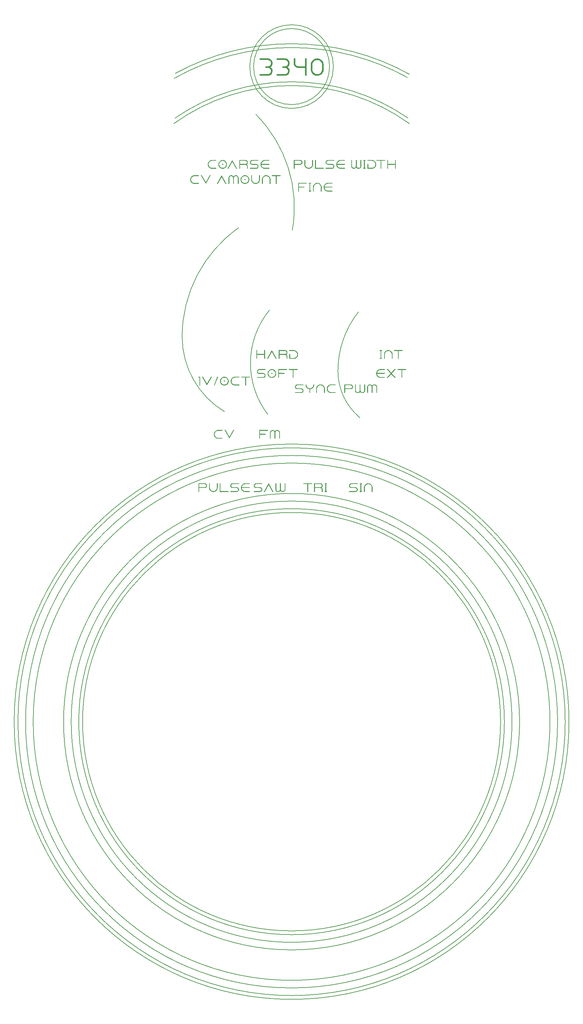
<source format=gbr>
%TF.GenerationSoftware,KiCad,Pcbnew,8.0.0*%
%TF.CreationDate,2024-05-14T17:12:12+02:00*%
%TF.ProjectId,VCO-3340-panel,56434f2d-3333-4343-902d-70616e656c2e,rev?*%
%TF.SameCoordinates,Original*%
%TF.FileFunction,Legend,Top*%
%TF.FilePolarity,Positive*%
%FSLAX46Y46*%
G04 Gerber Fmt 4.6, Leading zero omitted, Abs format (unit mm)*
G04 Created by KiCad (PCBNEW 8.0.0) date 2024-05-14 17:12:12*
%MOMM*%
%LPD*%
G01*
G04 APERTURE LIST*
%ADD10C,0.150000*%
%ADD11C,0.300000*%
G04 APERTURE END LIST*
D10*
X118120600Y-36455500D02*
G75*
G02*
X96120600Y-36455500I-11000000J0D01*
G01*
X96120600Y-36455500D02*
G75*
G02*
X118120600Y-36455500I11000000J0D01*
G01*
X180120600Y-208705500D02*
G75*
G02*
X34120600Y-208705500I-73000000J0D01*
G01*
X34120600Y-208705500D02*
G75*
G02*
X180120600Y-208705500I73000000J0D01*
G01*
X89487198Y-127190537D02*
G75*
G02*
X78320601Y-107468200I11833402J19722337D01*
G01*
X125077650Y-128759740D02*
G75*
G02*
X119320601Y-116468200I10242950J12291540D01*
G01*
X100826684Y-127845901D02*
G75*
G02*
X101320600Y-100468200I17493916J13377701D01*
G01*
X162120600Y-208705500D02*
G75*
G02*
X52120600Y-208705500I-55000000J0D01*
G01*
X52120600Y-208705500D02*
G75*
G02*
X162120600Y-208705500I55000000J0D01*
G01*
X177120600Y-208705500D02*
G75*
G02*
X37120600Y-208705500I-70000000J0D01*
G01*
X37120600Y-208705500D02*
G75*
G02*
X177120600Y-208705500I70000000J0D01*
G01*
X163120600Y-208705500D02*
G75*
G02*
X51120600Y-208705500I-56000000J0D01*
G01*
X51120600Y-208705500D02*
G75*
G02*
X163120600Y-208705500I56000000J0D01*
G01*
X107120600Y-41446067D02*
G75*
G02*
X138120600Y-51455500I0J-53009433D01*
G01*
X175120600Y-208705500D02*
G75*
G02*
X39120600Y-208705500I-68000000J0D01*
G01*
X39120600Y-208705500D02*
G75*
G02*
X175120600Y-208705500I68000000J0D01*
G01*
X76486117Y-49986091D02*
G75*
G02*
X107120600Y-40455501I30634483J-44469409D01*
G01*
X78320600Y-107468200D02*
G75*
G02*
X93178331Y-78844975I35000000J0D01*
G01*
X76120600Y-51455500D02*
G75*
G02*
X107120600Y-41446067I31000000J-43000000D01*
G01*
X119320601Y-116468200D02*
G75*
G02*
X124698531Y-100977095I24999999J0D01*
G01*
X165120600Y-208705500D02*
G75*
G02*
X49120600Y-208705500I-58000000J0D01*
G01*
X49120600Y-208705500D02*
G75*
G02*
X165120600Y-208705500I58000000J0D01*
G01*
X167120600Y-208705500D02*
G75*
G02*
X47120600Y-208705500I-60000000J0D01*
G01*
X47120600Y-208705500D02*
G75*
G02*
X167120600Y-208705500I60000000J0D01*
G01*
X179120600Y-208705500D02*
G75*
G02*
X35120600Y-208705500I-72000000J0D01*
G01*
X35120600Y-208705500D02*
G75*
G02*
X179120600Y-208705500I72000000J0D01*
G01*
X76543195Y-38232530D02*
G75*
G02*
X107120600Y-30455500I30577405J-56222970D01*
G01*
X97733711Y-49055089D02*
G75*
G02*
X107320599Y-79468200I-24413111J-24413111D01*
G01*
X107120600Y-30455500D02*
G75*
G02*
X138116817Y-38462335I0J-64000000D01*
G01*
X76186777Y-39572912D02*
G75*
G02*
X107120600Y-31455501I30933823J-54882588D01*
G01*
X107120600Y-31455500D02*
G75*
G02*
X137632501Y-39337228I0J-63000000D01*
G01*
X107120600Y-40455500D02*
G75*
G02*
X137755083Y-49986090I0J-54000000D01*
G01*
X117120600Y-36455500D02*
G75*
G02*
X97120600Y-36455500I-10000000J0D01*
G01*
X97120600Y-36455500D02*
G75*
G02*
X117120600Y-36455500I10000000J0D01*
G01*
D11*
G36*
X80461633Y-66157097D02*
G01*
X80467518Y-66273515D01*
X80484788Y-66386629D01*
X80512863Y-66495857D01*
X80551163Y-66600619D01*
X80599109Y-66700335D01*
X80656121Y-66794425D01*
X80721619Y-66882308D01*
X80795024Y-66963404D01*
X80875757Y-67037132D01*
X80963237Y-67102913D01*
X81056885Y-67160166D01*
X81156122Y-67208310D01*
X81260368Y-67246766D01*
X81369043Y-67274953D01*
X81481567Y-67292291D01*
X81597362Y-67298200D01*
X82733091Y-67298200D01*
X82733091Y-67079358D01*
X81597362Y-67079358D01*
X81457475Y-67068770D01*
X81324324Y-67038032D01*
X81199445Y-66988687D01*
X81084369Y-66922274D01*
X80980631Y-66840333D01*
X80889764Y-66744407D01*
X80813302Y-66636036D01*
X80752778Y-66516760D01*
X80709726Y-66388120D01*
X80685679Y-66251657D01*
X80680963Y-66157097D01*
X80691488Y-66016400D01*
X80722040Y-65882475D01*
X80771087Y-65756866D01*
X80837094Y-65641116D01*
X80918528Y-65536768D01*
X81013856Y-65445365D01*
X81121544Y-65368450D01*
X81240058Y-65307567D01*
X81367865Y-65264259D01*
X81503431Y-65240068D01*
X81597362Y-65235324D01*
X82733091Y-65235324D01*
X82733091Y-65016483D01*
X81597362Y-65016483D01*
X81481567Y-65022391D01*
X81369043Y-65039728D01*
X81260368Y-65067913D01*
X81156122Y-65106364D01*
X81056885Y-65154501D01*
X80963237Y-65211744D01*
X80875757Y-65277509D01*
X80795024Y-65351218D01*
X80721619Y-65432288D01*
X80656121Y-65520138D01*
X80599109Y-65614188D01*
X80551163Y-65713857D01*
X80512863Y-65818563D01*
X80484788Y-65927726D01*
X80467518Y-66040764D01*
X80461633Y-66157097D01*
G37*
G36*
X84535603Y-66841954D02*
G01*
X83515157Y-65016971D01*
X83249909Y-65015994D01*
X84535603Y-67314808D01*
X85821786Y-65015994D01*
X85557027Y-65015994D01*
X84535603Y-66841954D01*
G37*
G36*
X87445024Y-67298200D02*
G01*
X87709784Y-67298200D01*
X88730719Y-65481033D01*
X89751654Y-67297711D01*
X90016901Y-67298200D01*
X88730719Y-64999386D01*
X87445024Y-67298200D01*
G37*
G36*
X92462261Y-65016483D02*
G01*
X92341189Y-65026763D01*
X92226700Y-65056074D01*
X92120941Y-65102125D01*
X92026058Y-65162623D01*
X91944199Y-65235277D01*
X91877509Y-65317794D01*
X91855562Y-65353049D01*
X91795539Y-65267229D01*
X91719477Y-65190354D01*
X91629510Y-65124719D01*
X91527775Y-65072614D01*
X91416407Y-65036332D01*
X91297541Y-65018164D01*
X91248374Y-65016483D01*
X91139716Y-65024802D01*
X91036039Y-65048934D01*
X90938589Y-65087636D01*
X90848613Y-65139667D01*
X90767357Y-65203786D01*
X90696067Y-65278752D01*
X90635989Y-65363323D01*
X90588369Y-65456257D01*
X90554453Y-65556315D01*
X90535488Y-65662254D01*
X90531765Y-65735534D01*
X90531765Y-67298200D01*
X90751095Y-67298200D01*
X90751095Y-65735534D01*
X90761123Y-65634239D01*
X90789915Y-65540117D01*
X90849345Y-65435524D01*
X90931293Y-65349002D01*
X91031980Y-65284362D01*
X91147626Y-65245418D01*
X91248374Y-65235324D01*
X91349122Y-65245418D01*
X91442715Y-65274396D01*
X91546696Y-65334201D01*
X91632694Y-65416652D01*
X91696930Y-65517936D01*
X91730111Y-65609960D01*
X91745011Y-65709644D01*
X91745652Y-65735534D01*
X91745652Y-67298200D01*
X91964982Y-67298200D01*
X91964982Y-65735534D01*
X91975011Y-65634239D01*
X92003809Y-65540117D01*
X92063265Y-65435524D01*
X92145267Y-65349002D01*
X92246048Y-65284362D01*
X92361840Y-65245418D01*
X92462749Y-65235324D01*
X92563498Y-65245418D01*
X92657090Y-65274396D01*
X92761071Y-65334201D01*
X92847069Y-65416652D01*
X92911305Y-65517936D01*
X92944486Y-65609960D01*
X92959386Y-65709644D01*
X92960028Y-65735534D01*
X92960028Y-67298200D01*
X93179358Y-67298200D01*
X93179358Y-65735534D01*
X93171040Y-65626364D01*
X93146920Y-65522248D01*
X93108248Y-65424426D01*
X93056277Y-65334142D01*
X92992256Y-65252635D01*
X92917437Y-65181147D01*
X92833070Y-65120919D01*
X92740408Y-65073193D01*
X92640700Y-65039210D01*
X92535197Y-65020211D01*
X92462261Y-65016483D01*
G37*
G36*
X94881435Y-65990702D02*
G01*
X94967722Y-66049421D01*
X94999456Y-66141954D01*
X94994392Y-66180053D01*
X94935673Y-66266080D01*
X94843140Y-66297781D01*
X94812301Y-66294511D01*
X94723266Y-66240024D01*
X94686825Y-66141954D01*
X94691889Y-66103659D01*
X94750607Y-66017372D01*
X94843140Y-65985638D01*
X94881435Y-65990702D01*
G37*
G36*
X94958854Y-65022323D02*
G01*
X95071319Y-65039458D01*
X95179953Y-65067310D01*
X95284174Y-65105303D01*
X95383400Y-65152859D01*
X95477050Y-65209399D01*
X95564543Y-65274348D01*
X95645295Y-65347127D01*
X95718725Y-65427158D01*
X95784253Y-65513865D01*
X95841295Y-65606670D01*
X95889270Y-65704996D01*
X95927597Y-65808264D01*
X95955694Y-65915899D01*
X95972979Y-66027321D01*
X95978869Y-66141954D01*
X95972979Y-66259991D01*
X95955694Y-66374661D01*
X95927597Y-66485376D01*
X95889270Y-66591552D01*
X95841295Y-66692600D01*
X95784253Y-66787937D01*
X95718725Y-66876975D01*
X95645295Y-66959129D01*
X95564543Y-67033813D01*
X95477050Y-67100440D01*
X95383400Y-67158425D01*
X95284174Y-67207181D01*
X95179953Y-67246122D01*
X95071319Y-67274663D01*
X94958854Y-67292218D01*
X94843140Y-67298200D01*
X94727345Y-67292218D01*
X94614821Y-67274663D01*
X94506146Y-67246122D01*
X94401900Y-67207181D01*
X94302663Y-67158425D01*
X94209015Y-67100440D01*
X94121535Y-67033813D01*
X94040802Y-66959129D01*
X93967397Y-66876975D01*
X93901899Y-66787937D01*
X93844887Y-66692600D01*
X93796941Y-66591552D01*
X93758641Y-66485376D01*
X93730566Y-66374661D01*
X93713296Y-66259991D01*
X93707411Y-66141954D01*
X93926741Y-66141954D01*
X93931462Y-66237731D01*
X93955534Y-66376090D01*
X93998625Y-66506662D01*
X94059194Y-66627851D01*
X94135700Y-66738061D01*
X94226603Y-66835695D01*
X94330362Y-66919157D01*
X94445436Y-66986850D01*
X94570284Y-67037179D01*
X94703366Y-67068547D01*
X94843140Y-67079358D01*
X94936991Y-67074514D01*
X95072475Y-67049821D01*
X95200238Y-67005635D01*
X95318742Y-66943552D01*
X95426443Y-66865169D01*
X95521803Y-66772081D01*
X95603279Y-66665886D01*
X95669332Y-66548180D01*
X95718420Y-66420558D01*
X95749003Y-66284617D01*
X95759539Y-66141954D01*
X95754824Y-66048857D01*
X95730777Y-65914565D01*
X95687724Y-65788031D01*
X95627200Y-65670758D01*
X95550738Y-65564247D01*
X95459871Y-65470002D01*
X95356133Y-65389524D01*
X95241057Y-65324315D01*
X95116178Y-65275877D01*
X94983027Y-65245713D01*
X94843140Y-65235324D01*
X94749209Y-65239979D01*
X94613643Y-65263718D01*
X94485836Y-65306231D01*
X94367322Y-65366017D01*
X94259634Y-65441572D01*
X94164306Y-65531395D01*
X94082872Y-65633984D01*
X94016865Y-65747837D01*
X93967818Y-65871450D01*
X93937266Y-66003324D01*
X93926741Y-66141954D01*
X93707411Y-66141954D01*
X93713296Y-66027321D01*
X93730566Y-65915899D01*
X93758641Y-65808264D01*
X93796941Y-65704996D01*
X93844887Y-65606670D01*
X93901899Y-65513865D01*
X93967397Y-65427158D01*
X94040802Y-65347127D01*
X94121535Y-65274348D01*
X94209015Y-65209399D01*
X94302663Y-65152859D01*
X94401900Y-65105303D01*
X94506146Y-65067310D01*
X94614821Y-65039458D01*
X94727345Y-65022323D01*
X94843140Y-65016483D01*
X94958854Y-65022323D01*
G37*
G36*
X98559539Y-66157585D02*
G01*
X98549014Y-66298283D01*
X98518462Y-66432207D01*
X98469415Y-66557816D01*
X98403408Y-66673567D01*
X98321974Y-66777915D01*
X98226646Y-66869318D01*
X98118959Y-66946232D01*
X98000445Y-67007115D01*
X97872638Y-67050424D01*
X97737071Y-67074614D01*
X97643140Y-67079358D01*
X97503253Y-67068770D01*
X97370103Y-67038036D01*
X97245223Y-66988698D01*
X97130147Y-66922299D01*
X97026409Y-66840384D01*
X96935542Y-66744494D01*
X96859080Y-66636174D01*
X96798556Y-66516966D01*
X96755504Y-66388413D01*
X96731457Y-66252060D01*
X96726741Y-66157585D01*
X96726741Y-65015994D01*
X96507411Y-65015994D01*
X96507411Y-66157585D01*
X96513296Y-66273918D01*
X96530566Y-66386956D01*
X96558641Y-66496119D01*
X96596941Y-66600825D01*
X96644887Y-66700494D01*
X96701899Y-66794544D01*
X96767397Y-66882395D01*
X96840802Y-66963465D01*
X96921535Y-67037173D01*
X97009015Y-67102939D01*
X97102663Y-67160181D01*
X97201900Y-67208318D01*
X97306146Y-67246770D01*
X97414821Y-67274954D01*
X97527345Y-67292291D01*
X97643140Y-67298200D01*
X97758854Y-67292291D01*
X97871319Y-67274954D01*
X97979953Y-67246770D01*
X98084174Y-67208318D01*
X98183400Y-67160181D01*
X98277050Y-67102939D01*
X98364543Y-67037173D01*
X98445295Y-66963465D01*
X98518725Y-66882395D01*
X98584253Y-66794544D01*
X98641295Y-66700494D01*
X98689270Y-66600825D01*
X98727597Y-66496119D01*
X98755694Y-66386956D01*
X98772979Y-66273918D01*
X98778869Y-66157585D01*
X98778869Y-65015994D01*
X98559539Y-65015994D01*
X98559539Y-66157585D01*
G37*
G36*
X100443140Y-65016483D02*
G01*
X100327345Y-65022385D01*
X100214821Y-65039707D01*
X100106146Y-65067868D01*
X100001900Y-65106288D01*
X99902663Y-65154388D01*
X99809015Y-65211589D01*
X99721535Y-65277311D01*
X99640802Y-65350973D01*
X99567397Y-65431998D01*
X99501899Y-65519804D01*
X99444887Y-65613813D01*
X99396941Y-65713445D01*
X99358641Y-65818120D01*
X99330566Y-65927259D01*
X99313296Y-66040281D01*
X99307411Y-66156608D01*
X99307411Y-67298200D01*
X99526741Y-67298200D01*
X99526741Y-66156608D01*
X99537266Y-66016036D01*
X99567818Y-65882213D01*
X99616865Y-65756685D01*
X99682872Y-65640997D01*
X99764306Y-65536694D01*
X99859634Y-65445324D01*
X99967322Y-65368430D01*
X100085836Y-65307559D01*
X100213643Y-65264257D01*
X100349209Y-65240068D01*
X100443140Y-65235324D01*
X100583027Y-65245912D01*
X100716178Y-65276643D01*
X100841057Y-65325974D01*
X100956133Y-65392357D01*
X101059871Y-65474248D01*
X101150738Y-65570101D01*
X101227200Y-65678370D01*
X101287724Y-65797510D01*
X101330777Y-65925975D01*
X101354824Y-66062220D01*
X101359539Y-66156608D01*
X101359539Y-67298200D01*
X101578869Y-67298200D01*
X101578869Y-66156608D01*
X101572979Y-66040281D01*
X101555694Y-65927259D01*
X101527597Y-65818120D01*
X101489270Y-65713445D01*
X101441295Y-65613813D01*
X101384253Y-65519804D01*
X101318725Y-65431998D01*
X101245295Y-65350973D01*
X101164543Y-65277311D01*
X101077050Y-65211589D01*
X100983400Y-65154388D01*
X100884174Y-65106288D01*
X100779953Y-65067868D01*
X100671319Y-65039707D01*
X100558854Y-65022385D01*
X100443140Y-65016483D01*
G37*
G36*
X101939372Y-65235324D02*
G01*
X102965192Y-65235324D01*
X102965192Y-67298200D01*
X103184522Y-67298200D01*
X103184522Y-65235324D01*
X104210830Y-65235324D01*
X104210830Y-65016483D01*
X101939372Y-65016483D01*
X101939372Y-65235324D01*
G37*
G36*
X110488360Y-67016483D02*
G01*
X108839721Y-67016483D01*
X108839721Y-67176218D01*
X108839721Y-67219693D01*
X108839721Y-69298200D01*
X109059051Y-69298200D01*
X109059051Y-68267006D01*
X110503992Y-68267006D01*
X110503992Y-68047676D01*
X109059051Y-68047188D01*
X109059051Y-67235324D01*
X110488360Y-67235324D01*
X110927020Y-67235324D01*
X111111179Y-67235324D01*
X111111179Y-67016483D01*
X110488360Y-67016483D01*
G37*
G36*
X112234208Y-67235324D02*
G01*
X112234208Y-67016483D01*
X111638744Y-67016483D01*
X111638744Y-67235324D01*
X111826811Y-67235324D01*
X111826811Y-69079358D01*
X111638744Y-69079358D01*
X111638744Y-69298200D01*
X112234208Y-69298200D01*
X112234208Y-69079358D01*
X112046141Y-69079358D01*
X112046141Y-67235324D01*
X112234208Y-67235324D01*
G37*
G36*
X113897013Y-67016483D02*
G01*
X113781218Y-67022385D01*
X113668694Y-67039707D01*
X113560019Y-67067868D01*
X113455773Y-67106288D01*
X113356536Y-67154388D01*
X113262888Y-67211589D01*
X113175408Y-67277311D01*
X113094675Y-67350973D01*
X113021270Y-67431998D01*
X112955772Y-67519804D01*
X112898760Y-67613813D01*
X112850814Y-67713445D01*
X112812514Y-67818120D01*
X112784439Y-67927259D01*
X112767169Y-68040281D01*
X112761284Y-68156608D01*
X112761284Y-69298200D01*
X112980614Y-69298200D01*
X112980614Y-68156608D01*
X112991139Y-68016036D01*
X113021692Y-67882213D01*
X113070738Y-67756685D01*
X113136745Y-67640997D01*
X113218179Y-67536694D01*
X113313507Y-67445324D01*
X113421195Y-67368430D01*
X113539709Y-67307559D01*
X113667516Y-67264257D01*
X113803082Y-67240068D01*
X113897013Y-67235324D01*
X114036901Y-67245912D01*
X114170051Y-67276643D01*
X114294931Y-67325974D01*
X114410006Y-67392357D01*
X114513744Y-67474248D01*
X114604611Y-67570101D01*
X114681073Y-67678370D01*
X114741597Y-67797510D01*
X114784650Y-67925975D01*
X114808697Y-68062220D01*
X114813412Y-68156608D01*
X114813412Y-69298200D01*
X115032742Y-69298200D01*
X115032742Y-68156608D01*
X115026852Y-68040281D01*
X115009567Y-67927259D01*
X114981470Y-67818120D01*
X114943143Y-67713445D01*
X114895168Y-67613813D01*
X114838126Y-67519804D01*
X114772598Y-67431998D01*
X114699168Y-67350973D01*
X114618416Y-67277311D01*
X114530924Y-67211589D01*
X114437273Y-67154388D01*
X114338047Y-67106288D01*
X114233826Y-67067868D01*
X114125192Y-67039707D01*
X114012727Y-67022385D01*
X113897013Y-67016483D01*
G37*
G36*
X115561284Y-68157097D02*
G01*
X115567169Y-68273515D01*
X115584439Y-68386629D01*
X115612514Y-68495857D01*
X115650814Y-68600619D01*
X115698760Y-68700335D01*
X115755772Y-68794425D01*
X115821270Y-68882308D01*
X115894675Y-68963404D01*
X115975408Y-69037132D01*
X116062888Y-69102913D01*
X116156536Y-69160166D01*
X116255773Y-69208310D01*
X116360019Y-69246766D01*
X116468694Y-69274953D01*
X116581218Y-69292291D01*
X116697013Y-69298200D01*
X117832742Y-69298200D01*
X117832742Y-69079358D01*
X116697013Y-69079358D01*
X116565691Y-69070028D01*
X116440200Y-69042943D01*
X116321815Y-68999464D01*
X116211807Y-68940949D01*
X116111449Y-68868760D01*
X116022015Y-68784255D01*
X115944776Y-68688793D01*
X115881005Y-68583736D01*
X115831976Y-68470441D01*
X115798961Y-68350270D01*
X115786476Y-68267006D01*
X117832742Y-68267006D01*
X117832742Y-68047676D01*
X115786476Y-68047676D01*
X115808108Y-67923687D01*
X115846603Y-67805690D01*
X115900687Y-67695039D01*
X115969088Y-67593090D01*
X116050534Y-67501196D01*
X116143751Y-67420713D01*
X116247467Y-67352996D01*
X116360408Y-67299400D01*
X116481304Y-67261279D01*
X116608880Y-67239988D01*
X116697013Y-67235813D01*
X117832742Y-67235813D01*
X117832742Y-67016483D01*
X116697013Y-67016483D01*
X116581218Y-67022391D01*
X116468694Y-67039728D01*
X116360019Y-67067913D01*
X116255773Y-67106364D01*
X116156536Y-67154501D01*
X116062888Y-67211744D01*
X115975408Y-67277509D01*
X115894675Y-67351218D01*
X115821270Y-67432288D01*
X115755772Y-67520138D01*
X115698760Y-67614188D01*
X115650814Y-67713857D01*
X115612514Y-67818563D01*
X115584439Y-67927726D01*
X115567169Y-68040764D01*
X115561284Y-68157097D01*
G37*
G36*
X110239721Y-146222624D02*
G01*
X111265541Y-146222624D01*
X111265541Y-148285500D01*
X111484871Y-148285500D01*
X111484871Y-146222624D01*
X112511179Y-146222624D01*
X112511179Y-146003783D01*
X110239721Y-146003783D01*
X110239721Y-146222624D01*
G37*
G36*
X114813156Y-146016545D02*
G01*
X114929725Y-146053120D01*
X115035476Y-146110944D01*
X115127814Y-146187453D01*
X115204147Y-146280083D01*
X115261880Y-146386267D01*
X115298422Y-146503443D01*
X115311179Y-146629045D01*
X115308155Y-146690711D01*
X115290472Y-146789596D01*
X115250691Y-146899674D01*
X115193709Y-146997522D01*
X115122752Y-147080108D01*
X115041047Y-147144397D01*
X115096552Y-147185074D01*
X115171450Y-147261898D01*
X115233449Y-147354995D01*
X115279322Y-147461334D01*
X115302904Y-147557875D01*
X115311179Y-147659749D01*
X115311179Y-148285500D01*
X115091849Y-148285500D01*
X115091849Y-147659749D01*
X115079263Y-147557835D01*
X115043540Y-147465711D01*
X114974429Y-147372398D01*
X114881671Y-147302886D01*
X114790113Y-147266962D01*
X114688849Y-147254306D01*
X113259051Y-147254306D01*
X113259051Y-148285500D01*
X113039721Y-148285500D01*
X113039721Y-146222624D01*
X113258562Y-146222624D01*
X113258562Y-147034976D01*
X114688849Y-147034976D01*
X114790113Y-147022125D01*
X114881671Y-146986066D01*
X114974429Y-146916457D01*
X115043540Y-146823098D01*
X115079263Y-146730960D01*
X115091849Y-146629045D01*
X115079261Y-146526903D01*
X115043525Y-146434563D01*
X114974368Y-146341021D01*
X114881512Y-146271333D01*
X114789820Y-146235314D01*
X114688360Y-146222624D01*
X113258562Y-146222624D01*
X113039721Y-146222624D01*
X113039721Y-146003783D01*
X114688360Y-146003783D01*
X114813156Y-146016545D01*
G37*
G36*
X116434208Y-146222624D02*
G01*
X116434208Y-146003783D01*
X115838744Y-146003783D01*
X115838744Y-146222624D01*
X116026811Y-146222624D01*
X116026811Y-148066658D01*
X115838744Y-148066658D01*
X115838744Y-148285500D01*
X116434208Y-148285500D01*
X116434208Y-148066658D01*
X116246141Y-148066658D01*
X116246141Y-146222624D01*
X116434208Y-146222624D01*
G37*
G36*
X98622833Y-116003783D02*
G01*
X98498058Y-116016545D01*
X98381544Y-116053120D01*
X98275871Y-116110944D01*
X98183623Y-116187453D01*
X98107380Y-116280083D01*
X98049724Y-116386267D01*
X98013238Y-116503443D01*
X98000502Y-116629045D01*
X98013238Y-116754506D01*
X98049724Y-116871616D01*
X98107380Y-116977792D01*
X98183623Y-117070452D01*
X98275871Y-117147016D01*
X98381544Y-117204900D01*
X98498058Y-117241524D01*
X98622833Y-117254306D01*
X99649141Y-117254306D01*
X99750601Y-117266964D01*
X99842293Y-117302901D01*
X99935149Y-117372459D01*
X100004306Y-117465870D01*
X100040042Y-117558129D01*
X100052630Y-117660238D01*
X100040042Y-117762379D01*
X100004306Y-117854719D01*
X99935149Y-117948261D01*
X99842293Y-118017949D01*
X99750601Y-118053968D01*
X99649141Y-118066658D01*
X98000502Y-118066658D01*
X98000502Y-118285500D01*
X99649141Y-118285500D01*
X99773937Y-118272738D01*
X99890506Y-118236162D01*
X99996257Y-118178338D01*
X100088595Y-118101829D01*
X100164928Y-118009200D01*
X100222661Y-117903015D01*
X100259203Y-117785840D01*
X100271960Y-117660238D01*
X100259203Y-117534636D01*
X100222661Y-117417460D01*
X100164928Y-117311276D01*
X100088595Y-117218647D01*
X99996257Y-117142138D01*
X99890506Y-117084313D01*
X99773937Y-117047738D01*
X99649141Y-117034976D01*
X98622833Y-117034976D01*
X98521405Y-117022287D01*
X98429794Y-116986268D01*
X98337068Y-116916579D01*
X98268042Y-116823037D01*
X98232388Y-116730697D01*
X98219832Y-116628556D01*
X98232388Y-116526610D01*
X98268042Y-116434404D01*
X98337068Y-116340960D01*
X98429794Y-116271318D01*
X98521405Y-116235312D01*
X98622833Y-116222624D01*
X100271960Y-116222624D01*
X100271960Y-116003783D01*
X98622833Y-116003783D01*
G37*
G36*
X101974525Y-116978002D02*
G01*
X102060813Y-117036721D01*
X102092546Y-117129254D01*
X102087482Y-117167353D01*
X102028764Y-117253380D01*
X101936231Y-117285081D01*
X101905392Y-117281811D01*
X101816357Y-117227324D01*
X101779916Y-117129254D01*
X101784980Y-117090959D01*
X101843698Y-117004672D01*
X101936231Y-116972938D01*
X101974525Y-116978002D01*
G37*
G36*
X102051945Y-116009623D02*
G01*
X102164410Y-116026758D01*
X102273044Y-116054610D01*
X102377265Y-116092603D01*
X102476491Y-116140159D01*
X102570141Y-116196699D01*
X102657633Y-116261648D01*
X102738386Y-116334427D01*
X102811816Y-116414458D01*
X102877344Y-116501165D01*
X102934386Y-116593970D01*
X102982361Y-116692296D01*
X103020688Y-116795564D01*
X103048785Y-116903199D01*
X103066069Y-117014621D01*
X103071960Y-117129254D01*
X103066069Y-117247291D01*
X103048785Y-117361961D01*
X103020688Y-117472676D01*
X102982361Y-117578852D01*
X102934386Y-117679900D01*
X102877344Y-117775237D01*
X102811816Y-117864275D01*
X102738386Y-117946429D01*
X102657633Y-118021113D01*
X102570141Y-118087740D01*
X102476491Y-118145725D01*
X102377265Y-118194481D01*
X102273044Y-118233422D01*
X102164410Y-118261963D01*
X102051945Y-118279518D01*
X101936231Y-118285500D01*
X101820436Y-118279518D01*
X101707912Y-118261963D01*
X101599237Y-118233422D01*
X101494991Y-118194481D01*
X101395754Y-118145725D01*
X101302106Y-118087740D01*
X101214626Y-118021113D01*
X101133893Y-117946429D01*
X101060488Y-117864275D01*
X100994990Y-117775237D01*
X100937978Y-117679900D01*
X100890032Y-117578852D01*
X100851732Y-117472676D01*
X100823657Y-117361961D01*
X100806387Y-117247291D01*
X100800502Y-117129254D01*
X101019832Y-117129254D01*
X101024553Y-117225031D01*
X101048625Y-117363390D01*
X101091716Y-117493962D01*
X101152285Y-117615151D01*
X101228791Y-117725361D01*
X101319694Y-117822995D01*
X101423453Y-117906457D01*
X101538527Y-117974150D01*
X101663375Y-118024479D01*
X101796457Y-118055847D01*
X101936231Y-118066658D01*
X102030082Y-118061814D01*
X102165565Y-118037121D01*
X102293329Y-117992935D01*
X102411833Y-117930852D01*
X102519534Y-117852469D01*
X102614894Y-117759381D01*
X102696370Y-117653186D01*
X102762423Y-117535480D01*
X102811511Y-117407858D01*
X102842094Y-117271917D01*
X102852630Y-117129254D01*
X102847915Y-117036157D01*
X102823867Y-116901865D01*
X102780815Y-116775331D01*
X102720291Y-116658058D01*
X102643829Y-116551547D01*
X102552962Y-116457302D01*
X102449224Y-116376824D01*
X102334148Y-116311615D01*
X102209269Y-116263177D01*
X102076118Y-116233013D01*
X101936231Y-116222624D01*
X101842300Y-116227279D01*
X101706734Y-116251018D01*
X101578927Y-116293531D01*
X101460413Y-116353317D01*
X101352725Y-116428872D01*
X101257397Y-116518695D01*
X101175963Y-116621284D01*
X101109956Y-116735137D01*
X101060909Y-116858750D01*
X101030357Y-116990624D01*
X101019832Y-117129254D01*
X100800502Y-117129254D01*
X100806387Y-117014621D01*
X100823657Y-116903199D01*
X100851732Y-116795564D01*
X100890032Y-116692296D01*
X100937978Y-116593970D01*
X100994990Y-116501165D01*
X101060488Y-116414458D01*
X101133893Y-116334427D01*
X101214626Y-116261648D01*
X101302106Y-116196699D01*
X101395754Y-116140159D01*
X101494991Y-116092603D01*
X101599237Y-116054610D01*
X101707912Y-116026758D01*
X101820436Y-116009623D01*
X101936231Y-116003783D01*
X102051945Y-116009623D01*
G37*
G36*
X105249141Y-116003783D02*
G01*
X103600502Y-116003783D01*
X103600502Y-116163518D01*
X103600502Y-116206993D01*
X103600502Y-118285500D01*
X103819832Y-118285500D01*
X103819832Y-117254306D01*
X105264773Y-117254306D01*
X105264773Y-117034976D01*
X103819832Y-117034488D01*
X103819832Y-116222624D01*
X105249141Y-116222624D01*
X105687801Y-116222624D01*
X105871960Y-116222624D01*
X105871960Y-116003783D01*
X105249141Y-116003783D01*
G37*
G36*
X106400502Y-116222624D02*
G01*
X107426322Y-116222624D01*
X107426322Y-118285500D01*
X107645652Y-118285500D01*
X107645652Y-116222624D01*
X108671960Y-116222624D01*
X108671960Y-116003783D01*
X106400502Y-116003783D01*
X106400502Y-116222624D01*
G37*
G36*
X82506713Y-118003783D02*
G01*
X82506713Y-118222624D01*
X82850607Y-118222624D01*
X82850607Y-120285500D01*
X83069937Y-120285500D01*
X83069937Y-118003783D01*
X82506713Y-118003783D01*
G37*
G36*
X84869518Y-119829254D02*
G01*
X83849071Y-118004271D01*
X83583824Y-118003294D01*
X84869518Y-120302108D01*
X86155701Y-118003294D01*
X85890453Y-118003294D01*
X84869518Y-119829254D01*
G37*
G36*
X87775520Y-118003294D02*
G01*
X87540558Y-118003294D01*
X86663238Y-120285500D01*
X86898199Y-120285500D01*
X87775520Y-118003294D01*
G37*
G36*
X89468315Y-118978002D02*
G01*
X89554602Y-119036721D01*
X89586336Y-119129254D01*
X89581272Y-119167353D01*
X89522554Y-119253380D01*
X89430021Y-119285081D01*
X89399181Y-119281811D01*
X89310146Y-119227324D01*
X89273705Y-119129254D01*
X89278769Y-119090959D01*
X89337488Y-119004672D01*
X89430021Y-118972938D01*
X89468315Y-118978002D01*
G37*
G36*
X89545735Y-118009623D02*
G01*
X89658200Y-118026758D01*
X89766833Y-118054610D01*
X89871054Y-118092603D01*
X89970281Y-118140159D01*
X90063931Y-118196699D01*
X90151423Y-118261648D01*
X90232175Y-118334427D01*
X90305606Y-118414458D01*
X90371133Y-118501165D01*
X90428175Y-118593970D01*
X90476151Y-118692296D01*
X90514478Y-118795564D01*
X90542574Y-118903199D01*
X90559859Y-119014621D01*
X90565750Y-119129254D01*
X90559859Y-119247291D01*
X90542574Y-119361961D01*
X90514478Y-119472676D01*
X90476151Y-119578852D01*
X90428175Y-119679900D01*
X90371133Y-119775237D01*
X90305606Y-119864275D01*
X90232175Y-119946429D01*
X90151423Y-120021113D01*
X90063931Y-120087740D01*
X89970281Y-120145725D01*
X89871054Y-120194481D01*
X89766833Y-120233422D01*
X89658200Y-120261963D01*
X89545735Y-120279518D01*
X89430021Y-120285500D01*
X89314226Y-120279518D01*
X89201701Y-120261963D01*
X89093026Y-120233422D01*
X88988781Y-120194481D01*
X88889544Y-120145725D01*
X88795896Y-120087740D01*
X88708415Y-120021113D01*
X88627683Y-119946429D01*
X88554278Y-119864275D01*
X88488779Y-119775237D01*
X88431767Y-119679900D01*
X88383822Y-119578852D01*
X88345521Y-119472676D01*
X88317447Y-119361961D01*
X88300177Y-119247291D01*
X88294291Y-119129254D01*
X88513621Y-119129254D01*
X88518342Y-119225031D01*
X88542414Y-119363390D01*
X88585505Y-119493962D01*
X88646074Y-119615151D01*
X88722580Y-119725361D01*
X88813483Y-119822995D01*
X88917242Y-119906457D01*
X89032316Y-119974150D01*
X89157164Y-120024479D01*
X89290246Y-120055847D01*
X89430021Y-120066658D01*
X89523871Y-120061814D01*
X89659355Y-120037121D01*
X89787119Y-119992935D01*
X89905622Y-119930852D01*
X90013324Y-119852469D01*
X90108683Y-119759381D01*
X90190160Y-119653186D01*
X90256212Y-119535480D01*
X90305300Y-119407858D01*
X90335883Y-119271917D01*
X90346420Y-119129254D01*
X90341704Y-119036157D01*
X90317657Y-118901865D01*
X90274605Y-118775331D01*
X90214081Y-118658058D01*
X90137618Y-118551547D01*
X90046752Y-118457302D01*
X89943014Y-118376824D01*
X89827938Y-118311615D01*
X89703058Y-118263177D01*
X89569908Y-118233013D01*
X89430021Y-118222624D01*
X89336089Y-118227279D01*
X89200523Y-118251018D01*
X89072716Y-118293531D01*
X88954202Y-118353317D01*
X88846514Y-118428872D01*
X88751187Y-118518695D01*
X88669753Y-118621284D01*
X88603746Y-118735137D01*
X88554699Y-118858750D01*
X88524146Y-118990624D01*
X88513621Y-119129254D01*
X88294291Y-119129254D01*
X88300177Y-119014621D01*
X88317447Y-118903199D01*
X88345521Y-118795564D01*
X88383822Y-118692296D01*
X88431767Y-118593970D01*
X88488779Y-118501165D01*
X88554278Y-118414458D01*
X88627683Y-118334427D01*
X88708415Y-118261648D01*
X88795896Y-118196699D01*
X88889544Y-118140159D01*
X88988781Y-118092603D01*
X89093026Y-118054610D01*
X89201701Y-118026758D01*
X89314226Y-118009623D01*
X89430021Y-118003783D01*
X89545735Y-118009623D01*
G37*
G36*
X91094291Y-119144397D02*
G01*
X91100177Y-119260815D01*
X91117447Y-119373929D01*
X91145521Y-119483157D01*
X91183822Y-119587919D01*
X91231767Y-119687635D01*
X91288779Y-119781725D01*
X91354278Y-119869608D01*
X91427683Y-119950704D01*
X91508415Y-120024432D01*
X91595896Y-120090213D01*
X91689544Y-120147466D01*
X91788781Y-120195610D01*
X91893026Y-120234066D01*
X92001701Y-120262253D01*
X92114226Y-120279591D01*
X92230021Y-120285500D01*
X93365750Y-120285500D01*
X93365750Y-120066658D01*
X92230021Y-120066658D01*
X92090133Y-120056070D01*
X91956983Y-120025332D01*
X91832103Y-119975987D01*
X91717028Y-119909574D01*
X91613290Y-119827633D01*
X91522423Y-119731707D01*
X91445960Y-119623336D01*
X91385436Y-119504060D01*
X91342384Y-119375420D01*
X91318337Y-119238957D01*
X91313621Y-119144397D01*
X91324146Y-119003700D01*
X91354699Y-118869775D01*
X91403746Y-118744166D01*
X91469753Y-118628416D01*
X91551187Y-118524068D01*
X91646514Y-118432665D01*
X91754202Y-118355750D01*
X91872716Y-118294867D01*
X92000523Y-118251559D01*
X92136089Y-118227368D01*
X92230021Y-118222624D01*
X93365750Y-118222624D01*
X93365750Y-118003783D01*
X92230021Y-118003783D01*
X92114226Y-118009691D01*
X92001701Y-118027028D01*
X91893026Y-118055213D01*
X91788781Y-118093664D01*
X91689544Y-118141801D01*
X91595896Y-118199044D01*
X91508415Y-118264809D01*
X91427683Y-118338518D01*
X91354278Y-118419588D01*
X91288779Y-118507438D01*
X91231767Y-118601488D01*
X91183822Y-118701157D01*
X91145521Y-118805863D01*
X91117447Y-118915026D01*
X91100177Y-119028064D01*
X91094291Y-119144397D01*
G37*
G36*
X93894291Y-118222624D02*
G01*
X94920111Y-118222624D01*
X94920111Y-120285500D01*
X95139441Y-120285500D01*
X95139441Y-118222624D01*
X96165750Y-118222624D01*
X96165750Y-118003783D01*
X93894291Y-118003783D01*
X93894291Y-118222624D01*
G37*
G36*
X99914878Y-112035465D02*
G01*
X98082080Y-112035465D01*
X98082080Y-111003294D01*
X97862750Y-111003294D01*
X97862750Y-113285500D01*
X98082080Y-113285500D01*
X98082080Y-112254306D01*
X99914878Y-112254306D01*
X99914878Y-113285500D01*
X100134208Y-113285500D01*
X100134208Y-111003294D01*
X99914878Y-111003294D01*
X99914878Y-112035465D01*
G37*
G36*
X100651026Y-113285500D02*
G01*
X100915785Y-113285500D01*
X101936720Y-111468333D01*
X102957656Y-113285011D01*
X103222903Y-113285500D01*
X101936720Y-110986686D01*
X100651026Y-113285500D01*
G37*
G36*
X105511691Y-111016545D02*
G01*
X105628260Y-111053120D01*
X105734011Y-111110944D01*
X105826349Y-111187453D01*
X105902681Y-111280083D01*
X105960415Y-111386267D01*
X105996957Y-111503443D01*
X106009714Y-111629045D01*
X106006690Y-111690711D01*
X105989007Y-111789596D01*
X105949226Y-111899674D01*
X105892244Y-111997522D01*
X105821287Y-112080108D01*
X105739582Y-112144397D01*
X105795087Y-112185074D01*
X105869985Y-112261898D01*
X105931984Y-112354995D01*
X105977857Y-112461334D01*
X106001439Y-112557875D01*
X106009714Y-112659749D01*
X106009714Y-113285500D01*
X105790384Y-113285500D01*
X105790384Y-112659749D01*
X105777798Y-112557835D01*
X105742075Y-112465711D01*
X105672964Y-112372398D01*
X105580206Y-112302886D01*
X105488648Y-112266962D01*
X105387383Y-112254306D01*
X103957586Y-112254306D01*
X103957586Y-113285500D01*
X103738256Y-113285500D01*
X103738256Y-111222624D01*
X103957097Y-111222624D01*
X103957097Y-112034976D01*
X105387383Y-112034976D01*
X105488648Y-112022125D01*
X105580206Y-111986066D01*
X105672964Y-111916457D01*
X105742075Y-111823098D01*
X105777798Y-111730960D01*
X105790384Y-111629045D01*
X105777796Y-111526903D01*
X105742060Y-111434563D01*
X105672903Y-111341021D01*
X105580047Y-111271333D01*
X105488355Y-111235314D01*
X105386895Y-111222624D01*
X103957097Y-111222624D01*
X103738256Y-111222624D01*
X103738256Y-111003783D01*
X105386895Y-111003783D01*
X105511691Y-111016545D01*
G37*
G36*
X107673985Y-111003783D02*
G01*
X106538256Y-111003783D01*
X106538256Y-111222624D01*
X107673985Y-111222624D01*
X107813872Y-111233212D01*
X107947023Y-111263947D01*
X108071902Y-111313285D01*
X108186978Y-111379683D01*
X108290716Y-111461599D01*
X108381583Y-111557488D01*
X108458045Y-111665809D01*
X108518569Y-111785016D01*
X108561621Y-111913569D01*
X108585669Y-112049923D01*
X108590384Y-112144397D01*
X108579859Y-112285219D01*
X108549307Y-112419245D01*
X108500260Y-112544935D01*
X108434253Y-112660747D01*
X108352819Y-112765142D01*
X108257491Y-112856577D01*
X108149803Y-112933513D01*
X108031289Y-112994408D01*
X107903482Y-113037722D01*
X107767916Y-113061914D01*
X107673985Y-113066658D01*
X106757586Y-113066658D01*
X106757586Y-112034488D01*
X106538256Y-112034488D01*
X106538256Y-113285500D01*
X107673985Y-113285500D01*
X107789699Y-113279591D01*
X107902164Y-113262253D01*
X108010798Y-113234066D01*
X108115019Y-113195610D01*
X108214245Y-113147466D01*
X108307895Y-113090213D01*
X108395387Y-113024432D01*
X108476140Y-112950704D01*
X108549570Y-112869608D01*
X108615098Y-112781725D01*
X108672140Y-112687635D01*
X108720115Y-112587919D01*
X108758442Y-112483157D01*
X108786539Y-112373929D01*
X108803823Y-112260815D01*
X108809714Y-112144397D01*
X108803823Y-112028064D01*
X108786539Y-111915026D01*
X108758442Y-111805863D01*
X108720115Y-111701157D01*
X108672140Y-111601488D01*
X108615098Y-111507438D01*
X108549570Y-111419588D01*
X108476140Y-111338518D01*
X108395387Y-111264809D01*
X108307895Y-111199044D01*
X108214245Y-111141801D01*
X108115019Y-111093664D01*
X108010798Y-111055213D01*
X107902164Y-111027028D01*
X107789699Y-111009691D01*
X107673985Y-111003783D01*
G37*
G36*
X108622833Y-120003783D02*
G01*
X108498058Y-120016545D01*
X108381544Y-120053120D01*
X108275871Y-120110944D01*
X108183623Y-120187453D01*
X108107380Y-120280083D01*
X108049724Y-120386267D01*
X108013238Y-120503443D01*
X108000502Y-120629045D01*
X108013238Y-120754506D01*
X108049724Y-120871616D01*
X108107380Y-120977792D01*
X108183623Y-121070452D01*
X108275871Y-121147016D01*
X108381544Y-121204900D01*
X108498058Y-121241524D01*
X108622833Y-121254306D01*
X109649141Y-121254306D01*
X109750601Y-121266964D01*
X109842293Y-121302901D01*
X109935149Y-121372459D01*
X110004306Y-121465870D01*
X110040042Y-121558129D01*
X110052630Y-121660238D01*
X110040042Y-121762379D01*
X110004306Y-121854719D01*
X109935149Y-121948261D01*
X109842293Y-122017949D01*
X109750601Y-122053968D01*
X109649141Y-122066658D01*
X108000502Y-122066658D01*
X108000502Y-122285500D01*
X109649141Y-122285500D01*
X109773937Y-122272738D01*
X109890506Y-122236162D01*
X109996257Y-122178338D01*
X110088595Y-122101829D01*
X110164928Y-122009200D01*
X110222661Y-121903015D01*
X110259203Y-121785840D01*
X110271960Y-121660238D01*
X110259203Y-121534636D01*
X110222661Y-121417460D01*
X110164928Y-121311276D01*
X110088595Y-121218647D01*
X109996257Y-121142138D01*
X109890506Y-121084313D01*
X109773937Y-121047738D01*
X109649141Y-121034976D01*
X108622833Y-121034976D01*
X108521405Y-121022287D01*
X108429794Y-120986268D01*
X108337068Y-120916579D01*
X108268042Y-120823037D01*
X108232388Y-120730697D01*
X108219832Y-120628556D01*
X108232388Y-120526610D01*
X108268042Y-120434404D01*
X108337068Y-120340960D01*
X108429794Y-120271318D01*
X108521405Y-120235312D01*
X108622833Y-120222624D01*
X110271960Y-120222624D01*
X110271960Y-120003783D01*
X108622833Y-120003783D01*
G37*
G36*
X112852630Y-120113692D02*
G01*
X112842105Y-120254377D01*
X112811553Y-120388269D01*
X112762506Y-120513829D01*
X112696499Y-120629519D01*
X112615065Y-120733800D01*
X112519737Y-120825135D01*
X112412049Y-120901984D01*
X112293535Y-120962810D01*
X112165728Y-121006074D01*
X112030162Y-121030238D01*
X111936231Y-121034976D01*
X111796344Y-121024400D01*
X111663193Y-120993699D01*
X111538314Y-120944410D01*
X111423238Y-120878072D01*
X111319500Y-120796223D01*
X111228633Y-120700402D01*
X111152171Y-120592147D01*
X111091647Y-120472996D01*
X111048595Y-120344488D01*
X111024548Y-120208161D01*
X111019832Y-120113692D01*
X111019832Y-120003294D01*
X110800502Y-120003294D01*
X110800502Y-120113692D01*
X110805802Y-120224217D01*
X110821359Y-120331792D01*
X110846654Y-120435921D01*
X110881171Y-120536102D01*
X110924391Y-120631839D01*
X110975799Y-120722632D01*
X111034875Y-120807983D01*
X111101104Y-120887392D01*
X111173967Y-120960362D01*
X111252947Y-121026392D01*
X111337528Y-121084985D01*
X111427191Y-121135642D01*
X111521419Y-121177864D01*
X111619695Y-121211152D01*
X111721502Y-121235008D01*
X111826322Y-121248933D01*
X111826322Y-122285500D01*
X112045652Y-122285500D01*
X112045652Y-121248933D01*
X112150477Y-121235008D01*
X112252299Y-121211152D01*
X112350600Y-121177864D01*
X112444859Y-121135642D01*
X112534559Y-121084985D01*
X112619181Y-121026392D01*
X112698205Y-120960362D01*
X112771114Y-120887392D01*
X112837388Y-120807983D01*
X112896509Y-120722632D01*
X112947958Y-120631839D01*
X112991215Y-120536102D01*
X113025763Y-120435921D01*
X113051082Y-120331792D01*
X113066654Y-120224217D01*
X113071960Y-120113692D01*
X113071960Y-120003294D01*
X112852630Y-120003294D01*
X112852630Y-120113692D01*
G37*
G36*
X114736231Y-120003783D02*
G01*
X114620436Y-120009685D01*
X114507912Y-120027007D01*
X114399237Y-120055168D01*
X114294991Y-120093588D01*
X114195754Y-120141688D01*
X114102106Y-120198889D01*
X114014626Y-120264611D01*
X113933893Y-120338273D01*
X113860488Y-120419298D01*
X113794990Y-120507104D01*
X113737978Y-120601113D01*
X113690032Y-120700745D01*
X113651732Y-120805420D01*
X113623657Y-120914559D01*
X113606387Y-121027581D01*
X113600502Y-121143908D01*
X113600502Y-122285500D01*
X113819832Y-122285500D01*
X113819832Y-121143908D01*
X113830357Y-121003336D01*
X113860909Y-120869513D01*
X113909956Y-120743985D01*
X113975963Y-120628297D01*
X114057397Y-120523994D01*
X114152725Y-120432624D01*
X114260413Y-120355730D01*
X114378927Y-120294859D01*
X114506734Y-120251557D01*
X114642300Y-120227368D01*
X114736231Y-120222624D01*
X114876118Y-120233212D01*
X115009269Y-120263943D01*
X115134148Y-120313274D01*
X115249224Y-120379657D01*
X115352962Y-120461548D01*
X115443829Y-120557401D01*
X115520291Y-120665670D01*
X115580815Y-120784810D01*
X115623867Y-120913275D01*
X115647915Y-121049520D01*
X115652630Y-121143908D01*
X115652630Y-122285500D01*
X115871960Y-122285500D01*
X115871960Y-121143908D01*
X115866069Y-121027581D01*
X115848785Y-120914559D01*
X115820688Y-120805420D01*
X115782361Y-120700745D01*
X115734386Y-120601113D01*
X115677344Y-120507104D01*
X115611816Y-120419298D01*
X115538386Y-120338273D01*
X115457633Y-120264611D01*
X115370141Y-120198889D01*
X115276491Y-120141688D01*
X115177265Y-120093588D01*
X115073044Y-120055168D01*
X114964410Y-120027007D01*
X114851945Y-120009685D01*
X114736231Y-120003783D01*
G37*
G36*
X116400502Y-121144397D02*
G01*
X116406387Y-121260815D01*
X116423657Y-121373929D01*
X116451732Y-121483157D01*
X116490032Y-121587919D01*
X116537978Y-121687635D01*
X116594990Y-121781725D01*
X116660488Y-121869608D01*
X116733893Y-121950704D01*
X116814626Y-122024432D01*
X116902106Y-122090213D01*
X116995754Y-122147466D01*
X117094991Y-122195610D01*
X117199237Y-122234066D01*
X117307912Y-122262253D01*
X117420436Y-122279591D01*
X117536231Y-122285500D01*
X118671960Y-122285500D01*
X118671960Y-122066658D01*
X117536231Y-122066658D01*
X117396344Y-122056070D01*
X117263193Y-122025332D01*
X117138314Y-121975987D01*
X117023238Y-121909574D01*
X116919500Y-121827633D01*
X116828633Y-121731707D01*
X116752171Y-121623336D01*
X116691647Y-121504060D01*
X116648595Y-121375420D01*
X116624548Y-121238957D01*
X116619832Y-121144397D01*
X116630357Y-121003700D01*
X116660909Y-120869775D01*
X116709956Y-120744166D01*
X116775963Y-120628416D01*
X116857397Y-120524068D01*
X116952725Y-120432665D01*
X117060413Y-120355750D01*
X117178927Y-120294867D01*
X117306734Y-120251559D01*
X117442300Y-120227368D01*
X117536231Y-120222624D01*
X118671960Y-120222624D01*
X118671960Y-120003783D01*
X117536231Y-120003783D01*
X117420436Y-120009691D01*
X117307912Y-120027028D01*
X117199237Y-120055213D01*
X117094991Y-120093664D01*
X116995754Y-120141801D01*
X116902106Y-120199044D01*
X116814626Y-120264809D01*
X116733893Y-120338518D01*
X116660488Y-120419588D01*
X116594990Y-120507438D01*
X116537978Y-120601488D01*
X116490032Y-120701157D01*
X116451732Y-120805863D01*
X116423657Y-120915026D01*
X116406387Y-121028064D01*
X116400502Y-121144397D01*
G37*
G36*
X129400502Y-117144397D02*
G01*
X129406387Y-117260815D01*
X129423657Y-117373929D01*
X129451732Y-117483157D01*
X129490032Y-117587919D01*
X129537978Y-117687635D01*
X129594990Y-117781725D01*
X129660488Y-117869608D01*
X129733893Y-117950704D01*
X129814626Y-118024432D01*
X129902106Y-118090213D01*
X129995754Y-118147466D01*
X130094991Y-118195610D01*
X130199237Y-118234066D01*
X130307912Y-118262253D01*
X130420436Y-118279591D01*
X130536231Y-118285500D01*
X131671960Y-118285500D01*
X131671960Y-118066658D01*
X130536231Y-118066658D01*
X130404908Y-118057328D01*
X130279418Y-118030243D01*
X130161032Y-117986764D01*
X130051024Y-117928249D01*
X129950667Y-117856060D01*
X129861232Y-117771555D01*
X129783994Y-117676093D01*
X129720223Y-117571036D01*
X129671194Y-117457741D01*
X129638179Y-117337570D01*
X129625694Y-117254306D01*
X131671960Y-117254306D01*
X131671960Y-117034976D01*
X129625694Y-117034976D01*
X129647326Y-116910987D01*
X129685821Y-116792990D01*
X129739905Y-116682339D01*
X129808306Y-116580390D01*
X129889752Y-116488496D01*
X129982969Y-116408013D01*
X130086684Y-116340296D01*
X130199626Y-116286700D01*
X130320521Y-116248579D01*
X130448097Y-116227288D01*
X130536231Y-116223113D01*
X131671960Y-116223113D01*
X131671960Y-116003783D01*
X130536231Y-116003783D01*
X130420436Y-116009691D01*
X130307912Y-116027028D01*
X130199237Y-116055213D01*
X130094991Y-116093664D01*
X129995754Y-116141801D01*
X129902106Y-116199044D01*
X129814626Y-116264809D01*
X129733893Y-116338518D01*
X129660488Y-116419588D01*
X129594990Y-116507438D01*
X129537978Y-116601488D01*
X129490032Y-116701157D01*
X129451732Y-116805863D01*
X129423657Y-116915026D01*
X129406387Y-117028064D01*
X129400502Y-117144397D01*
G37*
G36*
X134182777Y-116003294D02*
G01*
X133336231Y-116969031D01*
X132488708Y-116003294D01*
X132181451Y-116003294D01*
X133182358Y-117144885D01*
X132181451Y-118285500D01*
X132488708Y-118285500D01*
X133336231Y-117320252D01*
X134183265Y-118285500D01*
X134491011Y-118285500D01*
X133490104Y-117144885D01*
X134491011Y-116003294D01*
X134182777Y-116003294D01*
G37*
G36*
X135000502Y-116222624D02*
G01*
X136026322Y-116222624D01*
X136026322Y-118285500D01*
X136245652Y-118285500D01*
X136245652Y-116222624D01*
X137271960Y-116222624D01*
X137271960Y-116003783D01*
X135000502Y-116003783D01*
X135000502Y-116222624D01*
G37*
G36*
X130918227Y-111222624D02*
G01*
X130918227Y-111003783D01*
X130322763Y-111003783D01*
X130322763Y-111222624D01*
X130510830Y-111222624D01*
X130510830Y-113066658D01*
X130322763Y-113066658D01*
X130322763Y-113285500D01*
X130918227Y-113285500D01*
X130918227Y-113066658D01*
X130730160Y-113066658D01*
X130730160Y-111222624D01*
X130918227Y-111222624D01*
G37*
G36*
X132581032Y-111003783D02*
G01*
X132465237Y-111009685D01*
X132352713Y-111027007D01*
X132244038Y-111055168D01*
X132139792Y-111093588D01*
X132040555Y-111141688D01*
X131946907Y-111198889D01*
X131859427Y-111264611D01*
X131778694Y-111338273D01*
X131705289Y-111419298D01*
X131639791Y-111507104D01*
X131582779Y-111601113D01*
X131534833Y-111700745D01*
X131496533Y-111805420D01*
X131468458Y-111914559D01*
X131451188Y-112027581D01*
X131445303Y-112143908D01*
X131445303Y-113285500D01*
X131664633Y-113285500D01*
X131664633Y-112143908D01*
X131675158Y-112003336D01*
X131705711Y-111869513D01*
X131754757Y-111743985D01*
X131820764Y-111628297D01*
X131902198Y-111523994D01*
X131997526Y-111432624D01*
X132105214Y-111355730D01*
X132223728Y-111294859D01*
X132351535Y-111251557D01*
X132487101Y-111227368D01*
X132581032Y-111222624D01*
X132720920Y-111233212D01*
X132854070Y-111263943D01*
X132978950Y-111313274D01*
X133094025Y-111379657D01*
X133197763Y-111461548D01*
X133288630Y-111557401D01*
X133365092Y-111665670D01*
X133425616Y-111784810D01*
X133468669Y-111913275D01*
X133492716Y-112049520D01*
X133497431Y-112143908D01*
X133497431Y-113285500D01*
X133716761Y-113285500D01*
X133716761Y-112143908D01*
X133710871Y-112027581D01*
X133693586Y-111914559D01*
X133665489Y-111805420D01*
X133627162Y-111700745D01*
X133579187Y-111601113D01*
X133522145Y-111507104D01*
X133456617Y-111419298D01*
X133383187Y-111338273D01*
X133302435Y-111264611D01*
X133214943Y-111198889D01*
X133121292Y-111141688D01*
X133022066Y-111093588D01*
X132917845Y-111055168D01*
X132809211Y-111027007D01*
X132696746Y-111009685D01*
X132581032Y-111003783D01*
G37*
G36*
X134077264Y-111222624D02*
G01*
X135103084Y-111222624D01*
X135103084Y-113285500D01*
X135322414Y-113285500D01*
X135322414Y-111222624D01*
X136348722Y-111222624D01*
X136348722Y-111003783D01*
X134077264Y-111003783D01*
X134077264Y-111222624D01*
G37*
G36*
X122862052Y-146003783D02*
G01*
X122737277Y-146016545D01*
X122620763Y-146053120D01*
X122515090Y-146110944D01*
X122422842Y-146187453D01*
X122346599Y-146280083D01*
X122288943Y-146386267D01*
X122252457Y-146503443D01*
X122239721Y-146629045D01*
X122252457Y-146754506D01*
X122288943Y-146871616D01*
X122346599Y-146977792D01*
X122422842Y-147070452D01*
X122515090Y-147147016D01*
X122620763Y-147204900D01*
X122737277Y-147241524D01*
X122862052Y-147254306D01*
X123888360Y-147254306D01*
X123989820Y-147266964D01*
X124081512Y-147302901D01*
X124174368Y-147372459D01*
X124243525Y-147465870D01*
X124279261Y-147558129D01*
X124291849Y-147660238D01*
X124279261Y-147762379D01*
X124243525Y-147854719D01*
X124174368Y-147948261D01*
X124081512Y-148017949D01*
X123989820Y-148053968D01*
X123888360Y-148066658D01*
X122239721Y-148066658D01*
X122239721Y-148285500D01*
X123888360Y-148285500D01*
X124013156Y-148272738D01*
X124129725Y-148236162D01*
X124235476Y-148178338D01*
X124327814Y-148101829D01*
X124404147Y-148009200D01*
X124461880Y-147903015D01*
X124498422Y-147785840D01*
X124511179Y-147660238D01*
X124498422Y-147534636D01*
X124461880Y-147417460D01*
X124404147Y-147311276D01*
X124327814Y-147218647D01*
X124235476Y-147142138D01*
X124129725Y-147084313D01*
X124013156Y-147047738D01*
X123888360Y-147034976D01*
X122862052Y-147034976D01*
X122760624Y-147022287D01*
X122669013Y-146986268D01*
X122576287Y-146916579D01*
X122507261Y-146823037D01*
X122471607Y-146730697D01*
X122459051Y-146628556D01*
X122471607Y-146526610D01*
X122507261Y-146434404D01*
X122576287Y-146340960D01*
X122669013Y-146271318D01*
X122760624Y-146235312D01*
X122862052Y-146222624D01*
X124511179Y-146222624D01*
X124511179Y-146003783D01*
X122862052Y-146003783D01*
G37*
G36*
X125634208Y-146222624D02*
G01*
X125634208Y-146003783D01*
X125038744Y-146003783D01*
X125038744Y-146222624D01*
X125226811Y-146222624D01*
X125226811Y-148066658D01*
X125038744Y-148066658D01*
X125038744Y-148285500D01*
X125634208Y-148285500D01*
X125634208Y-148066658D01*
X125446141Y-148066658D01*
X125446141Y-146222624D01*
X125634208Y-146222624D01*
G37*
G36*
X127297013Y-146003783D02*
G01*
X127181218Y-146009685D01*
X127068694Y-146027007D01*
X126960019Y-146055168D01*
X126855773Y-146093588D01*
X126756536Y-146141688D01*
X126662888Y-146198889D01*
X126575408Y-146264611D01*
X126494675Y-146338273D01*
X126421270Y-146419298D01*
X126355772Y-146507104D01*
X126298760Y-146601113D01*
X126250814Y-146700745D01*
X126212514Y-146805420D01*
X126184439Y-146914559D01*
X126167169Y-147027581D01*
X126161284Y-147143908D01*
X126161284Y-148285500D01*
X126380614Y-148285500D01*
X126380614Y-147143908D01*
X126391139Y-147003336D01*
X126421692Y-146869513D01*
X126470738Y-146743985D01*
X126536745Y-146628297D01*
X126618179Y-146523994D01*
X126713507Y-146432624D01*
X126821195Y-146355730D01*
X126939709Y-146294859D01*
X127067516Y-146251557D01*
X127203082Y-146227368D01*
X127297013Y-146222624D01*
X127436901Y-146233212D01*
X127570051Y-146263943D01*
X127694931Y-146313274D01*
X127810006Y-146379657D01*
X127913744Y-146461548D01*
X128004611Y-146557401D01*
X128081073Y-146665670D01*
X128141597Y-146784810D01*
X128184650Y-146913275D01*
X128208697Y-147049520D01*
X128213412Y-147143908D01*
X128213412Y-148285500D01*
X128432742Y-148285500D01*
X128432742Y-147143908D01*
X128426852Y-147027581D01*
X128409567Y-146914559D01*
X128381470Y-146805420D01*
X128343143Y-146700745D01*
X128295168Y-146601113D01*
X128238126Y-146507104D01*
X128172598Y-146419298D01*
X128099168Y-146338273D01*
X128018416Y-146264611D01*
X127930924Y-146198889D01*
X127837273Y-146141688D01*
X127738047Y-146093588D01*
X127633826Y-146055168D01*
X127525192Y-146027007D01*
X127412727Y-146009685D01*
X127297013Y-146003783D01*
G37*
G36*
X122798780Y-120016545D02*
G01*
X122915349Y-120053120D01*
X123021100Y-120110944D01*
X123113438Y-120187453D01*
X123189771Y-120280083D01*
X123247504Y-120386267D01*
X123284046Y-120503443D01*
X123296803Y-120629045D01*
X123284046Y-120754506D01*
X123247504Y-120871616D01*
X123189771Y-120977792D01*
X123113438Y-121070452D01*
X123021100Y-121147016D01*
X122915349Y-121204900D01*
X122798780Y-121241524D01*
X122673984Y-121254306D01*
X121244675Y-121254306D01*
X121244675Y-122285500D01*
X121025345Y-122285500D01*
X121025345Y-120222624D01*
X121244675Y-120222624D01*
X121244675Y-121034976D01*
X122673984Y-121034976D01*
X122755117Y-121016645D01*
X122853600Y-120965398D01*
X122936015Y-120901606D01*
X123007701Y-120822114D01*
X123058305Y-120730175D01*
X123077473Y-120629045D01*
X123064885Y-120526903D01*
X123029149Y-120434563D01*
X122959992Y-120341021D01*
X122867136Y-120271333D01*
X122775444Y-120235314D01*
X122673984Y-120222624D01*
X121244675Y-120222624D01*
X121025345Y-120222624D01*
X121025345Y-120003783D01*
X122673984Y-120003783D01*
X122798780Y-120016545D01*
G37*
G36*
X126253119Y-121566449D02*
G01*
X126243090Y-121667744D01*
X126214292Y-121761866D01*
X126154836Y-121866458D01*
X126072834Y-121952980D01*
X125972053Y-122017620D01*
X125856261Y-122056565D01*
X125755352Y-122066658D01*
X125654604Y-122056565D01*
X125561011Y-122027587D01*
X125457030Y-121967781D01*
X125371032Y-121885330D01*
X125306796Y-121784047D01*
X125273615Y-121692023D01*
X125258715Y-121592338D01*
X125258073Y-121566449D01*
X125258073Y-120003294D01*
X125038743Y-120003294D01*
X125038743Y-121566449D01*
X125028716Y-121667744D01*
X124999924Y-121761866D01*
X124940494Y-121866458D01*
X124858546Y-121952980D01*
X124757859Y-122017620D01*
X124642213Y-122056565D01*
X124541465Y-122066658D01*
X124440717Y-122056607D01*
X124347124Y-122027739D01*
X124243143Y-121968134D01*
X124157145Y-121885910D01*
X124092909Y-121784835D01*
X124059728Y-121692936D01*
X124044828Y-121593312D01*
X124044186Y-121567426D01*
X124044186Y-120003294D01*
X123824856Y-120003294D01*
X123824856Y-121566449D01*
X123833162Y-121675619D01*
X123857250Y-121779735D01*
X123895872Y-121877556D01*
X123947783Y-121967841D01*
X124011737Y-122049348D01*
X124086488Y-122120836D01*
X124170789Y-122181063D01*
X124263394Y-122228789D01*
X124363058Y-122262772D01*
X124468534Y-122281771D01*
X124541465Y-122285500D01*
X124638942Y-122278872D01*
X124755065Y-122253183D01*
X124862836Y-122210297D01*
X124960120Y-122152505D01*
X125044781Y-122082099D01*
X125114683Y-122001371D01*
X125148653Y-121948933D01*
X125208675Y-122034754D01*
X125284737Y-122111628D01*
X125374704Y-122177264D01*
X125476439Y-122229368D01*
X125587807Y-122265651D01*
X125706673Y-122283818D01*
X125755840Y-122285500D01*
X125864386Y-122277180D01*
X125967994Y-122253048D01*
X126065412Y-122214346D01*
X126155386Y-122162315D01*
X126236663Y-122098196D01*
X126307990Y-122023231D01*
X126368112Y-121938660D01*
X126415777Y-121845725D01*
X126449731Y-121745668D01*
X126468721Y-121639729D01*
X126472449Y-121566449D01*
X126472449Y-120003294D01*
X126253119Y-120003294D01*
X126253119Y-121566449D01*
G37*
G36*
X128930509Y-120003783D02*
G01*
X128809437Y-120014063D01*
X128694948Y-120043374D01*
X128589189Y-120089425D01*
X128494306Y-120149923D01*
X128412447Y-120222577D01*
X128345757Y-120305094D01*
X128323810Y-120340349D01*
X128263787Y-120254529D01*
X128187725Y-120177654D01*
X128097758Y-120112019D01*
X127996023Y-120059914D01*
X127884655Y-120023632D01*
X127765789Y-120005464D01*
X127716622Y-120003783D01*
X127607964Y-120012102D01*
X127504287Y-120036234D01*
X127406837Y-120074936D01*
X127316861Y-120126967D01*
X127235605Y-120191086D01*
X127164315Y-120266052D01*
X127104237Y-120350623D01*
X127056617Y-120443557D01*
X127022701Y-120543615D01*
X127003736Y-120649554D01*
X127000013Y-120722834D01*
X127000013Y-122285500D01*
X127219343Y-122285500D01*
X127219343Y-120722834D01*
X127229371Y-120621539D01*
X127258163Y-120527417D01*
X127317593Y-120422824D01*
X127399541Y-120336302D01*
X127500227Y-120271662D01*
X127615874Y-120232718D01*
X127716622Y-120222624D01*
X127817370Y-120232718D01*
X127910963Y-120261696D01*
X128014944Y-120321501D01*
X128100942Y-120403952D01*
X128165178Y-120505236D01*
X128198359Y-120597260D01*
X128213258Y-120696944D01*
X128213900Y-120722834D01*
X128213900Y-122285500D01*
X128433230Y-122285500D01*
X128433230Y-120722834D01*
X128443259Y-120621539D01*
X128472057Y-120527417D01*
X128531513Y-120422824D01*
X128613515Y-120336302D01*
X128714296Y-120271662D01*
X128830088Y-120232718D01*
X128930997Y-120222624D01*
X129031746Y-120232718D01*
X129125338Y-120261696D01*
X129229319Y-120321501D01*
X129315317Y-120403952D01*
X129379553Y-120505236D01*
X129412734Y-120597260D01*
X129427634Y-120696944D01*
X129428276Y-120722834D01*
X129428276Y-122285500D01*
X129647606Y-122285500D01*
X129647606Y-120722834D01*
X129639288Y-120613664D01*
X129615168Y-120509548D01*
X129576496Y-120411726D01*
X129524525Y-120321442D01*
X129460504Y-120239935D01*
X129385685Y-120168447D01*
X129301318Y-120108219D01*
X129208656Y-120060493D01*
X129108948Y-120026510D01*
X129003445Y-120007511D01*
X128930509Y-120003783D01*
G37*
G36*
X100261563Y-132003783D02*
G01*
X98612924Y-132003783D01*
X98612924Y-132163518D01*
X98612924Y-132206993D01*
X98612924Y-134285500D01*
X98832254Y-134285500D01*
X98832254Y-133254306D01*
X100277195Y-133254306D01*
X100277195Y-133034976D01*
X98832254Y-133034488D01*
X98832254Y-132222624D01*
X100261563Y-132222624D01*
X100700223Y-132222624D01*
X100884382Y-132222624D01*
X100884382Y-132003783D01*
X100261563Y-132003783D01*
G37*
G36*
X103342931Y-132003783D02*
G01*
X103221859Y-132014063D01*
X103107370Y-132043374D01*
X103001611Y-132089425D01*
X102906728Y-132149923D01*
X102824869Y-132222577D01*
X102758179Y-132305094D01*
X102736232Y-132340349D01*
X102676209Y-132254529D01*
X102600147Y-132177654D01*
X102510180Y-132112019D01*
X102408445Y-132059914D01*
X102297077Y-132023632D01*
X102178211Y-132005464D01*
X102129044Y-132003783D01*
X102020386Y-132012102D01*
X101916709Y-132036234D01*
X101819259Y-132074936D01*
X101729283Y-132126967D01*
X101648027Y-132191086D01*
X101576737Y-132266052D01*
X101516659Y-132350623D01*
X101469039Y-132443557D01*
X101435123Y-132543615D01*
X101416158Y-132649554D01*
X101412435Y-132722834D01*
X101412435Y-134285500D01*
X101631765Y-134285500D01*
X101631765Y-132722834D01*
X101641793Y-132621539D01*
X101670585Y-132527417D01*
X101730015Y-132422824D01*
X101811963Y-132336302D01*
X101912649Y-132271662D01*
X102028296Y-132232718D01*
X102129044Y-132222624D01*
X102229792Y-132232718D01*
X102323385Y-132261696D01*
X102427366Y-132321501D01*
X102513364Y-132403952D01*
X102577600Y-132505236D01*
X102610781Y-132597260D01*
X102625680Y-132696944D01*
X102626322Y-132722834D01*
X102626322Y-134285500D01*
X102845652Y-134285500D01*
X102845652Y-132722834D01*
X102855681Y-132621539D01*
X102884479Y-132527417D01*
X102943935Y-132422824D01*
X103025937Y-132336302D01*
X103126718Y-132271662D01*
X103242510Y-132232718D01*
X103343419Y-132222624D01*
X103444168Y-132232718D01*
X103537760Y-132261696D01*
X103641741Y-132321501D01*
X103727739Y-132403952D01*
X103791975Y-132505236D01*
X103825156Y-132597260D01*
X103840056Y-132696944D01*
X103840698Y-132722834D01*
X103840698Y-134285500D01*
X104060028Y-134285500D01*
X104060028Y-132722834D01*
X104051710Y-132613664D01*
X104027590Y-132509548D01*
X103988918Y-132411726D01*
X103936947Y-132321442D01*
X103872926Y-132239935D01*
X103798107Y-132168447D01*
X103713740Y-132108219D01*
X103621078Y-132060493D01*
X103521370Y-132026510D01*
X103415867Y-132007511D01*
X103342931Y-132003783D01*
G37*
G36*
X85053259Y-62157097D02*
G01*
X85059144Y-62273515D01*
X85076414Y-62386629D01*
X85104489Y-62495857D01*
X85142789Y-62600619D01*
X85190735Y-62700335D01*
X85247747Y-62794425D01*
X85313245Y-62882308D01*
X85386650Y-62963404D01*
X85467383Y-63037132D01*
X85554863Y-63102913D01*
X85648511Y-63160166D01*
X85747748Y-63208310D01*
X85851994Y-63246766D01*
X85960669Y-63274953D01*
X86073193Y-63292291D01*
X86188988Y-63298200D01*
X87324717Y-63298200D01*
X87324717Y-63079358D01*
X86188988Y-63079358D01*
X86049101Y-63068770D01*
X85915950Y-63038032D01*
X85791071Y-62988687D01*
X85675995Y-62922274D01*
X85572257Y-62840333D01*
X85481390Y-62744407D01*
X85404928Y-62636036D01*
X85344404Y-62516760D01*
X85301352Y-62388120D01*
X85277305Y-62251657D01*
X85272589Y-62157097D01*
X85283114Y-62016400D01*
X85313666Y-61882475D01*
X85362713Y-61756866D01*
X85428720Y-61641116D01*
X85510154Y-61536768D01*
X85605482Y-61445365D01*
X85713170Y-61368450D01*
X85831684Y-61307567D01*
X85959491Y-61264259D01*
X86095057Y-61240068D01*
X86188988Y-61235324D01*
X87324717Y-61235324D01*
X87324717Y-61016483D01*
X86188988Y-61016483D01*
X86073193Y-61022391D01*
X85960669Y-61039728D01*
X85851994Y-61067913D01*
X85747748Y-61106364D01*
X85648511Y-61154501D01*
X85554863Y-61211744D01*
X85467383Y-61277509D01*
X85386650Y-61351218D01*
X85313245Y-61432288D01*
X85247747Y-61520138D01*
X85190735Y-61614188D01*
X85142789Y-61713857D01*
X85104489Y-61818563D01*
X85076414Y-61927726D01*
X85059144Y-62040764D01*
X85053259Y-62157097D01*
G37*
G36*
X89027282Y-61990702D02*
G01*
X89113570Y-62049421D01*
X89145303Y-62141954D01*
X89140239Y-62180053D01*
X89081521Y-62266080D01*
X88988988Y-62297781D01*
X88958149Y-62294511D01*
X88869114Y-62240024D01*
X88832673Y-62141954D01*
X88837737Y-62103659D01*
X88896455Y-62017372D01*
X88988988Y-61985638D01*
X89027282Y-61990702D01*
G37*
G36*
X89104702Y-61022323D02*
G01*
X89217167Y-61039458D01*
X89325801Y-61067310D01*
X89430022Y-61105303D01*
X89529248Y-61152859D01*
X89622898Y-61209399D01*
X89710390Y-61274348D01*
X89791143Y-61347127D01*
X89864573Y-61427158D01*
X89930101Y-61513865D01*
X89987143Y-61606670D01*
X90035118Y-61704996D01*
X90073445Y-61808264D01*
X90101542Y-61915899D01*
X90118826Y-62027321D01*
X90124717Y-62141954D01*
X90118826Y-62259991D01*
X90101542Y-62374661D01*
X90073445Y-62485376D01*
X90035118Y-62591552D01*
X89987143Y-62692600D01*
X89930101Y-62787937D01*
X89864573Y-62876975D01*
X89791143Y-62959129D01*
X89710390Y-63033813D01*
X89622898Y-63100440D01*
X89529248Y-63158425D01*
X89430022Y-63207181D01*
X89325801Y-63246122D01*
X89217167Y-63274663D01*
X89104702Y-63292218D01*
X88988988Y-63298200D01*
X88873193Y-63292218D01*
X88760669Y-63274663D01*
X88651994Y-63246122D01*
X88547748Y-63207181D01*
X88448511Y-63158425D01*
X88354863Y-63100440D01*
X88267383Y-63033813D01*
X88186650Y-62959129D01*
X88113245Y-62876975D01*
X88047747Y-62787937D01*
X87990735Y-62692600D01*
X87942789Y-62591552D01*
X87904489Y-62485376D01*
X87876414Y-62374661D01*
X87859144Y-62259991D01*
X87853259Y-62141954D01*
X88072589Y-62141954D01*
X88077310Y-62237731D01*
X88101382Y-62376090D01*
X88144473Y-62506662D01*
X88205042Y-62627851D01*
X88281548Y-62738061D01*
X88372451Y-62835695D01*
X88476210Y-62919157D01*
X88591284Y-62986850D01*
X88716132Y-63037179D01*
X88849214Y-63068547D01*
X88988988Y-63079358D01*
X89082839Y-63074514D01*
X89218322Y-63049821D01*
X89346086Y-63005635D01*
X89464590Y-62943552D01*
X89572291Y-62865169D01*
X89667651Y-62772081D01*
X89749127Y-62665886D01*
X89815180Y-62548180D01*
X89864268Y-62420558D01*
X89894851Y-62284617D01*
X89905387Y-62141954D01*
X89900672Y-62048857D01*
X89876624Y-61914565D01*
X89833572Y-61788031D01*
X89773048Y-61670758D01*
X89696586Y-61564247D01*
X89605719Y-61470002D01*
X89501981Y-61389524D01*
X89386905Y-61324315D01*
X89262026Y-61275877D01*
X89128875Y-61245713D01*
X88988988Y-61235324D01*
X88895057Y-61239979D01*
X88759491Y-61263718D01*
X88631684Y-61306231D01*
X88513170Y-61366017D01*
X88405482Y-61441572D01*
X88310154Y-61531395D01*
X88228720Y-61633984D01*
X88162713Y-61747837D01*
X88113666Y-61871450D01*
X88083114Y-62003324D01*
X88072589Y-62141954D01*
X87853259Y-62141954D01*
X87859144Y-62027321D01*
X87876414Y-61915899D01*
X87904489Y-61808264D01*
X87942789Y-61704996D01*
X87990735Y-61606670D01*
X88047747Y-61513865D01*
X88113245Y-61427158D01*
X88186650Y-61347127D01*
X88267383Y-61274348D01*
X88354863Y-61209399D01*
X88448511Y-61152859D01*
X88547748Y-61105303D01*
X88651994Y-61067310D01*
X88760669Y-61039458D01*
X88873193Y-61022323D01*
X88988988Y-61016483D01*
X89104702Y-61022323D01*
G37*
G36*
X90260516Y-63298200D02*
G01*
X90525276Y-63298200D01*
X91546211Y-61481033D01*
X92567146Y-63297711D01*
X92832393Y-63298200D01*
X91546211Y-60999386D01*
X90260516Y-63298200D01*
G37*
G36*
X95121181Y-61029245D02*
G01*
X95237750Y-61065820D01*
X95343501Y-61123644D01*
X95435839Y-61200153D01*
X95512172Y-61292783D01*
X95569905Y-61398967D01*
X95606447Y-61516143D01*
X95619204Y-61641745D01*
X95616180Y-61703411D01*
X95598497Y-61802296D01*
X95558716Y-61912374D01*
X95501734Y-62010222D01*
X95430777Y-62092808D01*
X95349072Y-62157097D01*
X95404577Y-62197774D01*
X95479475Y-62274598D01*
X95541474Y-62367695D01*
X95587347Y-62474034D01*
X95610929Y-62570575D01*
X95619204Y-62672449D01*
X95619204Y-63298200D01*
X95399874Y-63298200D01*
X95399874Y-62672449D01*
X95387288Y-62570535D01*
X95351565Y-62478411D01*
X95282455Y-62385098D01*
X95189696Y-62315586D01*
X95098138Y-62279662D01*
X94996874Y-62267006D01*
X93567076Y-62267006D01*
X93567076Y-63298200D01*
X93347746Y-63298200D01*
X93347746Y-61235324D01*
X93566587Y-61235324D01*
X93566587Y-62047676D01*
X94996874Y-62047676D01*
X95098138Y-62034825D01*
X95189696Y-61998766D01*
X95282455Y-61929157D01*
X95351565Y-61835798D01*
X95387288Y-61743660D01*
X95399874Y-61641745D01*
X95387286Y-61539603D01*
X95351550Y-61447263D01*
X95282393Y-61353721D01*
X95189537Y-61284033D01*
X95097845Y-61248014D01*
X94996385Y-61235324D01*
X93566587Y-61235324D01*
X93347746Y-61235324D01*
X93347746Y-61016483D01*
X94996385Y-61016483D01*
X95121181Y-61029245D01*
G37*
G36*
X96770077Y-61016483D02*
G01*
X96645302Y-61029245D01*
X96528788Y-61065820D01*
X96423115Y-61123644D01*
X96330867Y-61200153D01*
X96254624Y-61292783D01*
X96196968Y-61398967D01*
X96160482Y-61516143D01*
X96147746Y-61641745D01*
X96160482Y-61767206D01*
X96196968Y-61884316D01*
X96254624Y-61990492D01*
X96330867Y-62083152D01*
X96423115Y-62159716D01*
X96528788Y-62217600D01*
X96645302Y-62254224D01*
X96770077Y-62267006D01*
X97796385Y-62267006D01*
X97897845Y-62279664D01*
X97989537Y-62315601D01*
X98082393Y-62385159D01*
X98151550Y-62478570D01*
X98187286Y-62570829D01*
X98199874Y-62672938D01*
X98187286Y-62775079D01*
X98151550Y-62867419D01*
X98082393Y-62960961D01*
X97989537Y-63030649D01*
X97897845Y-63066668D01*
X97796385Y-63079358D01*
X96147746Y-63079358D01*
X96147746Y-63298200D01*
X97796385Y-63298200D01*
X97921181Y-63285438D01*
X98037750Y-63248862D01*
X98143501Y-63191038D01*
X98235839Y-63114529D01*
X98312172Y-63021900D01*
X98369905Y-62915715D01*
X98406447Y-62798540D01*
X98419204Y-62672938D01*
X98406447Y-62547336D01*
X98369905Y-62430160D01*
X98312172Y-62323976D01*
X98235839Y-62231347D01*
X98143501Y-62154838D01*
X98037750Y-62097013D01*
X97921181Y-62060438D01*
X97796385Y-62047676D01*
X96770077Y-62047676D01*
X96668649Y-62034987D01*
X96577038Y-61998968D01*
X96484313Y-61929279D01*
X96415287Y-61835737D01*
X96379632Y-61743397D01*
X96367076Y-61641256D01*
X96379632Y-61539310D01*
X96415287Y-61447104D01*
X96484313Y-61353660D01*
X96577038Y-61284018D01*
X96668649Y-61248012D01*
X96770077Y-61235324D01*
X98419204Y-61235324D01*
X98419204Y-61016483D01*
X96770077Y-61016483D01*
G37*
G36*
X98947746Y-62157097D02*
G01*
X98953631Y-62273515D01*
X98970901Y-62386629D01*
X98998976Y-62495857D01*
X99037276Y-62600619D01*
X99085222Y-62700335D01*
X99142234Y-62794425D01*
X99207732Y-62882308D01*
X99281137Y-62963404D01*
X99361870Y-63037132D01*
X99449350Y-63102913D01*
X99542998Y-63160166D01*
X99642235Y-63208310D01*
X99746481Y-63246766D01*
X99855156Y-63274953D01*
X99967680Y-63292291D01*
X100083475Y-63298200D01*
X101219204Y-63298200D01*
X101219204Y-63079358D01*
X100083475Y-63079358D01*
X99952152Y-63070028D01*
X99826662Y-63042943D01*
X99708276Y-62999464D01*
X99598269Y-62940949D01*
X99497911Y-62868760D01*
X99408477Y-62784255D01*
X99331238Y-62688793D01*
X99267467Y-62583736D01*
X99218438Y-62470441D01*
X99185423Y-62350270D01*
X99172938Y-62267006D01*
X101219204Y-62267006D01*
X101219204Y-62047676D01*
X99172938Y-62047676D01*
X99194570Y-61923687D01*
X99233065Y-61805690D01*
X99287149Y-61695039D01*
X99355550Y-61593090D01*
X99436996Y-61501196D01*
X99530213Y-61420713D01*
X99633928Y-61352996D01*
X99746870Y-61299400D01*
X99867766Y-61261279D01*
X99995342Y-61239988D01*
X100083475Y-61235813D01*
X101219204Y-61235813D01*
X101219204Y-61016483D01*
X100083475Y-61016483D01*
X99967680Y-61022391D01*
X99855156Y-61039728D01*
X99746481Y-61067913D01*
X99642235Y-61106364D01*
X99542998Y-61154501D01*
X99449350Y-61211744D01*
X99361870Y-61277509D01*
X99281137Y-61351218D01*
X99207732Y-61432288D01*
X99142234Y-61520138D01*
X99085222Y-61614188D01*
X99037276Y-61713857D01*
X98998976Y-61818563D01*
X98970901Y-61927726D01*
X98953631Y-62040764D01*
X98947746Y-62157097D01*
G37*
G36*
X109468822Y-61029245D02*
G01*
X109585391Y-61065820D01*
X109691142Y-61123644D01*
X109783480Y-61200153D01*
X109859813Y-61292783D01*
X109917546Y-61398967D01*
X109954088Y-61516143D01*
X109966845Y-61641745D01*
X109954088Y-61767206D01*
X109917546Y-61884316D01*
X109859813Y-61990492D01*
X109783480Y-62083152D01*
X109691142Y-62159716D01*
X109585391Y-62217600D01*
X109468822Y-62254224D01*
X109344026Y-62267006D01*
X107914717Y-62267006D01*
X107914717Y-63298200D01*
X107695387Y-63298200D01*
X107695387Y-61235324D01*
X107914717Y-61235324D01*
X107914717Y-62047676D01*
X109344026Y-62047676D01*
X109425159Y-62029345D01*
X109523642Y-61978098D01*
X109606057Y-61914306D01*
X109677743Y-61834814D01*
X109728347Y-61742875D01*
X109747515Y-61641745D01*
X109734927Y-61539603D01*
X109699191Y-61447263D01*
X109630034Y-61353721D01*
X109537178Y-61284033D01*
X109445486Y-61248014D01*
X109344026Y-61235324D01*
X107914717Y-61235324D01*
X107695387Y-61235324D01*
X107695387Y-61016483D01*
X109344026Y-61016483D01*
X109468822Y-61029245D01*
G37*
G36*
X112547515Y-62157585D02*
G01*
X112536990Y-62298283D01*
X112506438Y-62432207D01*
X112457391Y-62557816D01*
X112391384Y-62673567D01*
X112309950Y-62777915D01*
X112214622Y-62869318D01*
X112106934Y-62946232D01*
X111988420Y-63007115D01*
X111860613Y-63050424D01*
X111725047Y-63074614D01*
X111631116Y-63079358D01*
X111491229Y-63068770D01*
X111358078Y-63038036D01*
X111233199Y-62988698D01*
X111118123Y-62922299D01*
X111014385Y-62840384D01*
X110923518Y-62744494D01*
X110847056Y-62636174D01*
X110786532Y-62516966D01*
X110743480Y-62388413D01*
X110719433Y-62252060D01*
X110714717Y-62157585D01*
X110714717Y-61015994D01*
X110495387Y-61015994D01*
X110495387Y-62157585D01*
X110501272Y-62273918D01*
X110518542Y-62386956D01*
X110546617Y-62496119D01*
X110584917Y-62600825D01*
X110632863Y-62700494D01*
X110689875Y-62794544D01*
X110755373Y-62882395D01*
X110828778Y-62963465D01*
X110909511Y-63037173D01*
X110996991Y-63102939D01*
X111090639Y-63160181D01*
X111189876Y-63208318D01*
X111294122Y-63246770D01*
X111402797Y-63274954D01*
X111515321Y-63292291D01*
X111631116Y-63298200D01*
X111746830Y-63292291D01*
X111859295Y-63274954D01*
X111967929Y-63246770D01*
X112072150Y-63208318D01*
X112171376Y-63160181D01*
X112265026Y-63102939D01*
X112352518Y-63037173D01*
X112433271Y-62963465D01*
X112506701Y-62882395D01*
X112572229Y-62794544D01*
X112629271Y-62700494D01*
X112677246Y-62600825D01*
X112715573Y-62496119D01*
X112743670Y-62386956D01*
X112760954Y-62273918D01*
X112766845Y-62157585D01*
X112766845Y-61015994D01*
X112547515Y-61015994D01*
X112547515Y-62157585D01*
G37*
G36*
X114944026Y-63079358D02*
G01*
X113514717Y-63079358D01*
X113514717Y-61015994D01*
X113295387Y-61015994D01*
X113295387Y-63094989D01*
X113295387Y-63138465D01*
X113295387Y-63298200D01*
X114944026Y-63298200D01*
X115566845Y-63298200D01*
X115566845Y-63079358D01*
X115382686Y-63079358D01*
X114944026Y-63079358D01*
G37*
G36*
X116717718Y-61016483D02*
G01*
X116592943Y-61029245D01*
X116476429Y-61065820D01*
X116370756Y-61123644D01*
X116278508Y-61200153D01*
X116202265Y-61292783D01*
X116144609Y-61398967D01*
X116108123Y-61516143D01*
X116095387Y-61641745D01*
X116108123Y-61767206D01*
X116144609Y-61884316D01*
X116202265Y-61990492D01*
X116278508Y-62083152D01*
X116370756Y-62159716D01*
X116476429Y-62217600D01*
X116592943Y-62254224D01*
X116717718Y-62267006D01*
X117744026Y-62267006D01*
X117845486Y-62279664D01*
X117937178Y-62315601D01*
X118030034Y-62385159D01*
X118099191Y-62478570D01*
X118134927Y-62570829D01*
X118147515Y-62672938D01*
X118134927Y-62775079D01*
X118099191Y-62867419D01*
X118030034Y-62960961D01*
X117937178Y-63030649D01*
X117845486Y-63066668D01*
X117744026Y-63079358D01*
X116095387Y-63079358D01*
X116095387Y-63298200D01*
X117744026Y-63298200D01*
X117868822Y-63285438D01*
X117985391Y-63248862D01*
X118091142Y-63191038D01*
X118183480Y-63114529D01*
X118259813Y-63021900D01*
X118317546Y-62915715D01*
X118354088Y-62798540D01*
X118366845Y-62672938D01*
X118354088Y-62547336D01*
X118317546Y-62430160D01*
X118259813Y-62323976D01*
X118183480Y-62231347D01*
X118091142Y-62154838D01*
X117985391Y-62097013D01*
X117868822Y-62060438D01*
X117744026Y-62047676D01*
X116717718Y-62047676D01*
X116616290Y-62034987D01*
X116524679Y-61998968D01*
X116431953Y-61929279D01*
X116362927Y-61835737D01*
X116327273Y-61743397D01*
X116314717Y-61641256D01*
X116327273Y-61539310D01*
X116362927Y-61447104D01*
X116431953Y-61353660D01*
X116524679Y-61284018D01*
X116616290Y-61248012D01*
X116717718Y-61235324D01*
X118366845Y-61235324D01*
X118366845Y-61016483D01*
X116717718Y-61016483D01*
G37*
G36*
X118895387Y-62157097D02*
G01*
X118901272Y-62273515D01*
X118918542Y-62386629D01*
X118946617Y-62495857D01*
X118984917Y-62600619D01*
X119032863Y-62700335D01*
X119089875Y-62794425D01*
X119155373Y-62882308D01*
X119228778Y-62963404D01*
X119309511Y-63037132D01*
X119396991Y-63102913D01*
X119490639Y-63160166D01*
X119589876Y-63208310D01*
X119694122Y-63246766D01*
X119802797Y-63274953D01*
X119915321Y-63292291D01*
X120031116Y-63298200D01*
X121166845Y-63298200D01*
X121166845Y-63079358D01*
X120031116Y-63079358D01*
X119899793Y-63070028D01*
X119774303Y-63042943D01*
X119655917Y-62999464D01*
X119545909Y-62940949D01*
X119445552Y-62868760D01*
X119356117Y-62784255D01*
X119278879Y-62688793D01*
X119215108Y-62583736D01*
X119166079Y-62470441D01*
X119133064Y-62350270D01*
X119120579Y-62267006D01*
X121166845Y-62267006D01*
X121166845Y-62047676D01*
X119120579Y-62047676D01*
X119142211Y-61923687D01*
X119180706Y-61805690D01*
X119234790Y-61695039D01*
X119303191Y-61593090D01*
X119384637Y-61501196D01*
X119477854Y-61420713D01*
X119581569Y-61352996D01*
X119694511Y-61299400D01*
X119815406Y-61261279D01*
X119942982Y-61239988D01*
X120031116Y-61235813D01*
X121166845Y-61235813D01*
X121166845Y-61016483D01*
X120031116Y-61016483D01*
X119915321Y-61022391D01*
X119802797Y-61039728D01*
X119694122Y-61067913D01*
X119589876Y-61106364D01*
X119490639Y-61154501D01*
X119396991Y-61211744D01*
X119309511Y-61277509D01*
X119228778Y-61351218D01*
X119155373Y-61432288D01*
X119089875Y-61520138D01*
X119032863Y-61614188D01*
X118984917Y-61713857D01*
X118946617Y-61818563D01*
X118918542Y-61927726D01*
X118901272Y-62040764D01*
X118895387Y-62157097D01*
G37*
G36*
X125242770Y-62579149D02*
G01*
X125232742Y-62680444D01*
X125203943Y-62774566D01*
X125144488Y-62879158D01*
X125062485Y-62965680D01*
X124961704Y-63030320D01*
X124845912Y-63069265D01*
X124745003Y-63079358D01*
X124644255Y-63069265D01*
X124550662Y-63040287D01*
X124446681Y-62980481D01*
X124360683Y-62898030D01*
X124296447Y-62796747D01*
X124263266Y-62704723D01*
X124248366Y-62605038D01*
X124247725Y-62579149D01*
X124247725Y-61015994D01*
X124028394Y-61015994D01*
X124028394Y-62579149D01*
X124018367Y-62680444D01*
X123989575Y-62774566D01*
X123930145Y-62879158D01*
X123848197Y-62965680D01*
X123747510Y-63030320D01*
X123631864Y-63069265D01*
X123531116Y-63079358D01*
X123430368Y-63069307D01*
X123336775Y-63040439D01*
X123232794Y-62980834D01*
X123146796Y-62898610D01*
X123082560Y-62797535D01*
X123049379Y-62705636D01*
X123034479Y-62606012D01*
X123033838Y-62580126D01*
X123033838Y-61015994D01*
X122814508Y-61015994D01*
X122814508Y-62579149D01*
X122822814Y-62688319D01*
X122846901Y-62792435D01*
X122885523Y-62890256D01*
X122937434Y-62980541D01*
X123001388Y-63062048D01*
X123076139Y-63133536D01*
X123160440Y-63193763D01*
X123253046Y-63241489D01*
X123352709Y-63275472D01*
X123458185Y-63294471D01*
X123531116Y-63298200D01*
X123628593Y-63291572D01*
X123744716Y-63265883D01*
X123852487Y-63222997D01*
X123949771Y-63165205D01*
X124034432Y-63094799D01*
X124104335Y-63014071D01*
X124138304Y-62961633D01*
X124198326Y-63047454D01*
X124274389Y-63124328D01*
X124364355Y-63189964D01*
X124466090Y-63242068D01*
X124577458Y-63278351D01*
X124696324Y-63296518D01*
X124745491Y-63298200D01*
X124854037Y-63289880D01*
X124957645Y-63265748D01*
X125055063Y-63227046D01*
X125145037Y-63175015D01*
X125226314Y-63110896D01*
X125297641Y-63035931D01*
X125357763Y-62951360D01*
X125405428Y-62858425D01*
X125439382Y-62758368D01*
X125458372Y-62652429D01*
X125462100Y-62579149D01*
X125462100Y-61015994D01*
X125242770Y-61015994D01*
X125242770Y-62579149D01*
G37*
G36*
X126584640Y-61235324D02*
G01*
X126584640Y-61016483D01*
X125989176Y-61016483D01*
X125989176Y-61235324D01*
X126177243Y-61235324D01*
X126177243Y-63079358D01*
X125989176Y-63079358D01*
X125989176Y-63298200D01*
X126584640Y-63298200D01*
X126584640Y-63079358D01*
X126396573Y-63079358D01*
X126396573Y-61235324D01*
X126584640Y-61235324D01*
G37*
G36*
X128247445Y-61016483D02*
G01*
X127111716Y-61016483D01*
X127111716Y-61235324D01*
X128247445Y-61235324D01*
X128387333Y-61245912D01*
X128520483Y-61276647D01*
X128645363Y-61325985D01*
X128760438Y-61392383D01*
X128864176Y-61474299D01*
X128955043Y-61570188D01*
X129031506Y-61678509D01*
X129092030Y-61797716D01*
X129135082Y-61926269D01*
X129159129Y-62062623D01*
X129163845Y-62157097D01*
X129153320Y-62297919D01*
X129122767Y-62431945D01*
X129073720Y-62557635D01*
X129007713Y-62673447D01*
X128926279Y-62777842D01*
X128830951Y-62869277D01*
X128723264Y-62946213D01*
X128604750Y-63007108D01*
X128476943Y-63050422D01*
X128341376Y-63074614D01*
X128247445Y-63079358D01*
X127331046Y-63079358D01*
X127331046Y-62047188D01*
X127111716Y-62047188D01*
X127111716Y-63298200D01*
X128247445Y-63298200D01*
X128363160Y-63292291D01*
X128475625Y-63274953D01*
X128584258Y-63246766D01*
X128688479Y-63208310D01*
X128787706Y-63160166D01*
X128881356Y-63102913D01*
X128968848Y-63037132D01*
X129049600Y-62963404D01*
X129123031Y-62882308D01*
X129188558Y-62794425D01*
X129245600Y-62700335D01*
X129293576Y-62600619D01*
X129331903Y-62495857D01*
X129359999Y-62386629D01*
X129377284Y-62273515D01*
X129383175Y-62157097D01*
X129377284Y-62040764D01*
X129359999Y-61927726D01*
X129331903Y-61818563D01*
X129293576Y-61713857D01*
X129245600Y-61614188D01*
X129188558Y-61520138D01*
X129123031Y-61432288D01*
X129049600Y-61351218D01*
X128968848Y-61277509D01*
X128881356Y-61211744D01*
X128787706Y-61154501D01*
X128688479Y-61106364D01*
X128584258Y-61067913D01*
X128475625Y-61039728D01*
X128363160Y-61022391D01*
X128247445Y-61016483D01*
G37*
G36*
X129491618Y-61235324D02*
G01*
X130517438Y-61235324D01*
X130517438Y-63298200D01*
X130736769Y-63298200D01*
X130736769Y-61235324D01*
X131763077Y-61235324D01*
X131763077Y-61016483D01*
X129491618Y-61016483D01*
X129491618Y-61235324D01*
G37*
G36*
X134343747Y-62048165D02*
G01*
X132510949Y-62048165D01*
X132510949Y-61015994D01*
X132291618Y-61015994D01*
X132291618Y-63298200D01*
X132510949Y-63298200D01*
X132510949Y-62267006D01*
X134343747Y-62267006D01*
X134343747Y-63298200D01*
X134563077Y-63298200D01*
X134563077Y-61015994D01*
X134343747Y-61015994D01*
X134343747Y-62048165D01*
G37*
G36*
X101608528Y-36583294D02*
G01*
X101771395Y-36454129D01*
X101912805Y-36285268D01*
X102026342Y-36079880D01*
X102095037Y-35883105D01*
X102136210Y-35664998D01*
X102146839Y-35476386D01*
X102114599Y-35551613D01*
X102099444Y-35300731D01*
X102034212Y-35066623D01*
X101924421Y-34854427D01*
X101775590Y-34669285D01*
X101593236Y-34516338D01*
X101382878Y-34400725D01*
X101150034Y-34327588D01*
X100900223Y-34302066D01*
X98723531Y-34302066D01*
X98723531Y-34740726D01*
X100900223Y-34740726D01*
X101103143Y-34766041D01*
X101286528Y-34837917D01*
X101472240Y-34977031D01*
X101610554Y-35163853D01*
X101682026Y-35348371D01*
X101707202Y-35552590D01*
X101682026Y-35756482D01*
X101610554Y-35940893D01*
X101472240Y-36127781D01*
X101286528Y-36267066D01*
X101103143Y-36339077D01*
X100900223Y-36364453D01*
X100215366Y-36364453D01*
X100215366Y-36803113D01*
X100900223Y-36803113D01*
X101103143Y-36828428D01*
X101286528Y-36900303D01*
X101472240Y-37039418D01*
X101610554Y-37226240D01*
X101682026Y-37410758D01*
X101707202Y-37614976D01*
X101682026Y-37819258D01*
X101610554Y-38003939D01*
X101472240Y-38191023D01*
X101286528Y-38330399D01*
X101103143Y-38402437D01*
X100900223Y-38427816D01*
X98723531Y-38427816D01*
X98723531Y-38865500D01*
X100900223Y-38865500D01*
X101150095Y-38839976D01*
X101383366Y-38766825D01*
X101594884Y-38651176D01*
X101779498Y-38498158D01*
X101932054Y-38312900D01*
X102047401Y-38100531D01*
X102120388Y-37866180D01*
X102145862Y-37614976D01*
X102145862Y-37613999D01*
X102129443Y-37410250D01*
X102082631Y-37217168D01*
X101991500Y-37004491D01*
X101868222Y-36818296D01*
X101719131Y-36664648D01*
X101608528Y-36583294D01*
G37*
G36*
X106086964Y-36583294D02*
G01*
X106249832Y-36454129D01*
X106391241Y-36285268D01*
X106504779Y-36079880D01*
X106573474Y-35883105D01*
X106614647Y-35664998D01*
X106625276Y-35476386D01*
X106593036Y-35551613D01*
X106577881Y-35300731D01*
X106512649Y-35066623D01*
X106402858Y-34854427D01*
X106254027Y-34669285D01*
X106071673Y-34516338D01*
X105861315Y-34400725D01*
X105628471Y-34327588D01*
X105378660Y-34302066D01*
X103201968Y-34302066D01*
X103201968Y-34740726D01*
X105378660Y-34740726D01*
X105581580Y-34766041D01*
X105764965Y-34837917D01*
X105950677Y-34977031D01*
X106088991Y-35163853D01*
X106160463Y-35348371D01*
X106185639Y-35552590D01*
X106160463Y-35756482D01*
X106088991Y-35940893D01*
X105950677Y-36127781D01*
X105764965Y-36267066D01*
X105581580Y-36339077D01*
X105378660Y-36364453D01*
X104693803Y-36364453D01*
X104693803Y-36803113D01*
X105378660Y-36803113D01*
X105581580Y-36828428D01*
X105764965Y-36900303D01*
X105950677Y-37039418D01*
X106088991Y-37226240D01*
X106160463Y-37410758D01*
X106185639Y-37614976D01*
X106160463Y-37819258D01*
X106088991Y-38003939D01*
X105950677Y-38191023D01*
X105764965Y-38330399D01*
X105581580Y-38402437D01*
X105378660Y-38427816D01*
X103201968Y-38427816D01*
X103201968Y-38865500D01*
X105378660Y-38865500D01*
X105628532Y-38839976D01*
X105861803Y-38766825D01*
X106073321Y-38651176D01*
X106257934Y-38498158D01*
X106410491Y-38312900D01*
X106525838Y-38100531D01*
X106598825Y-37866180D01*
X106624299Y-37614976D01*
X106624299Y-37613999D01*
X106607880Y-37410250D01*
X106561067Y-37217168D01*
X106469937Y-37004491D01*
X106346659Y-36818296D01*
X106197568Y-36664648D01*
X106086964Y-36583294D01*
G37*
G36*
X110664075Y-34301089D02*
G01*
X110664075Y-36364453D01*
X108925066Y-36364453D01*
X108722211Y-36339202D01*
X108538989Y-36267489D01*
X108353538Y-36128636D01*
X108215486Y-35942076D01*
X108144176Y-35757721D01*
X108119065Y-35553566D01*
X108119065Y-34301089D01*
X107680405Y-34301089D01*
X107680405Y-35553566D01*
X107705877Y-35804490D01*
X107778850Y-36038709D01*
X107894161Y-36251061D01*
X108046647Y-36436382D01*
X108231144Y-36589509D01*
X108442488Y-36705278D01*
X108675517Y-36778526D01*
X108925066Y-36804090D01*
X110664075Y-36804090D01*
X110664075Y-38865500D01*
X111102736Y-38865500D01*
X111102736Y-34301089D01*
X110664075Y-34301089D01*
G37*
G36*
X113970865Y-34304958D02*
G01*
X114212973Y-34336654D01*
X114443756Y-34401242D01*
X114660444Y-34496152D01*
X114860262Y-34618813D01*
X115040438Y-34766652D01*
X115198200Y-34937098D01*
X115241785Y-34993057D01*
X115358606Y-35172303D01*
X115452965Y-35366800D01*
X115522852Y-35574228D01*
X115566257Y-35792269D01*
X115581172Y-36018605D01*
X115581172Y-36021536D01*
X115581172Y-37147007D01*
X115572286Y-37322154D01*
X115527007Y-37575354D01*
X115446030Y-37814492D01*
X115332324Y-38036603D01*
X115188861Y-38238720D01*
X115018611Y-38417879D01*
X114824544Y-38571114D01*
X114609631Y-38695459D01*
X114376842Y-38787949D01*
X114129148Y-38845618D01*
X113869519Y-38865500D01*
X113695425Y-38856590D01*
X113443640Y-38811187D01*
X113205728Y-38729975D01*
X112984662Y-38615919D01*
X112783418Y-38471985D01*
X112604972Y-38301137D01*
X112452299Y-38106343D01*
X112328375Y-37890567D01*
X112236173Y-37656776D01*
X112178670Y-37407934D01*
X112158842Y-37147007D01*
X112597502Y-37147007D01*
X112623187Y-37406244D01*
X112696924Y-37647186D01*
X112813731Y-37864817D01*
X112968629Y-38054125D01*
X113156637Y-38210093D01*
X113372774Y-38327707D01*
X113612062Y-38401953D01*
X113869519Y-38427816D01*
X113935403Y-38426161D01*
X114189085Y-38387732D01*
X114423276Y-38302174D01*
X114633007Y-38174501D01*
X114813308Y-38009728D01*
X114959211Y-37812869D01*
X115065746Y-37588940D01*
X115127947Y-37342954D01*
X115142512Y-37147007D01*
X115142512Y-36021536D01*
X115140868Y-35955374D01*
X115102699Y-35700542D01*
X115017710Y-35465182D01*
X114890869Y-35254319D01*
X114727146Y-35072981D01*
X114531510Y-34926192D01*
X114308928Y-34818979D01*
X114064370Y-34756368D01*
X113869519Y-34741703D01*
X113803723Y-34743359D01*
X113550342Y-34781784D01*
X113316375Y-34867324D01*
X113106803Y-34994953D01*
X112926606Y-35159646D01*
X112780764Y-35356374D01*
X112674257Y-35580114D01*
X112612067Y-35825839D01*
X112597502Y-36021536D01*
X112597502Y-37147007D01*
X112158842Y-37147007D01*
X112158842Y-36021536D01*
X112167728Y-35846388D01*
X112213003Y-35593189D01*
X112293969Y-35354051D01*
X112407650Y-35131940D01*
X112551071Y-34929822D01*
X112721256Y-34750663D01*
X112915231Y-34597428D01*
X113130020Y-34473083D01*
X113362648Y-34380594D01*
X113610139Y-34322925D01*
X113869519Y-34303043D01*
X113871472Y-34302066D01*
X113970865Y-34304958D01*
G37*
G36*
X97781522Y-146003783D02*
G01*
X97656747Y-146016545D01*
X97540233Y-146053120D01*
X97434560Y-146110944D01*
X97342312Y-146187453D01*
X97266069Y-146280083D01*
X97208413Y-146386267D01*
X97171927Y-146503443D01*
X97159191Y-146629045D01*
X97171927Y-146754506D01*
X97208413Y-146871616D01*
X97266069Y-146977792D01*
X97342312Y-147070452D01*
X97434560Y-147147016D01*
X97540233Y-147204900D01*
X97656747Y-147241524D01*
X97781522Y-147254306D01*
X98807830Y-147254306D01*
X98909290Y-147266964D01*
X99000982Y-147302901D01*
X99093838Y-147372459D01*
X99162995Y-147465870D01*
X99198731Y-147558129D01*
X99211319Y-147660238D01*
X99198731Y-147762379D01*
X99162995Y-147854719D01*
X99093838Y-147948261D01*
X99000982Y-148017949D01*
X98909290Y-148053968D01*
X98807830Y-148066658D01*
X97159191Y-148066658D01*
X97159191Y-148285500D01*
X98807830Y-148285500D01*
X98932626Y-148272738D01*
X99049195Y-148236162D01*
X99154946Y-148178338D01*
X99247284Y-148101829D01*
X99323617Y-148009200D01*
X99381350Y-147903015D01*
X99417892Y-147785840D01*
X99430649Y-147660238D01*
X99417892Y-147534636D01*
X99381350Y-147417460D01*
X99323617Y-147311276D01*
X99247284Y-147218647D01*
X99154946Y-147142138D01*
X99049195Y-147084313D01*
X98932626Y-147047738D01*
X98807830Y-147034976D01*
X97781522Y-147034976D01*
X97680094Y-147022287D01*
X97588483Y-146986268D01*
X97495757Y-146916579D01*
X97426731Y-146823037D01*
X97391077Y-146730697D01*
X97378521Y-146628556D01*
X97391077Y-146526610D01*
X97426731Y-146434404D01*
X97495757Y-146340960D01*
X97588483Y-146271318D01*
X97680094Y-146235312D01*
X97781522Y-146222624D01*
X99430649Y-146222624D01*
X99430649Y-146003783D01*
X97781522Y-146003783D01*
G37*
G36*
X99779428Y-148285500D02*
G01*
X100044187Y-148285500D01*
X101065122Y-146468333D01*
X102086058Y-148285011D01*
X102351305Y-148285500D01*
X101065122Y-145986686D01*
X99779428Y-148285500D01*
G37*
G36*
X105294432Y-147566449D02*
G01*
X105284403Y-147667744D01*
X105255605Y-147761866D01*
X105196149Y-147866458D01*
X105114147Y-147952980D01*
X105013366Y-148017620D01*
X104897574Y-148056565D01*
X104796665Y-148066658D01*
X104695916Y-148056565D01*
X104602324Y-148027587D01*
X104498343Y-147967781D01*
X104412345Y-147885330D01*
X104348109Y-147784047D01*
X104314928Y-147692023D01*
X104300028Y-147592338D01*
X104299386Y-147566449D01*
X104299386Y-146003294D01*
X104080056Y-146003294D01*
X104080056Y-147566449D01*
X104070029Y-147667744D01*
X104041237Y-147761866D01*
X103981806Y-147866458D01*
X103899859Y-147952980D01*
X103799172Y-148017620D01*
X103683526Y-148056565D01*
X103582778Y-148066658D01*
X103482029Y-148056607D01*
X103388437Y-148027739D01*
X103284456Y-147968134D01*
X103198458Y-147885910D01*
X103134222Y-147784835D01*
X103101041Y-147692936D01*
X103086141Y-147593312D01*
X103085499Y-147567426D01*
X103085499Y-146003294D01*
X102866169Y-146003294D01*
X102866169Y-147566449D01*
X102874475Y-147675619D01*
X102898562Y-147779735D01*
X102937185Y-147877556D01*
X102989096Y-147967841D01*
X103053050Y-148049348D01*
X103127800Y-148120836D01*
X103212102Y-148181063D01*
X103304707Y-148228789D01*
X103404371Y-148262772D01*
X103509847Y-148281771D01*
X103582778Y-148285500D01*
X103680254Y-148278872D01*
X103796377Y-148253183D01*
X103904149Y-148210297D01*
X104001433Y-148152505D01*
X104086093Y-148082099D01*
X104155996Y-148001371D01*
X104189965Y-147948933D01*
X104249988Y-148034754D01*
X104326050Y-148111628D01*
X104416017Y-148177264D01*
X104517752Y-148229368D01*
X104629120Y-148265651D01*
X104747986Y-148283818D01*
X104797153Y-148285500D01*
X104905699Y-148277180D01*
X105009307Y-148253048D01*
X105106725Y-148214346D01*
X105196699Y-148162315D01*
X105277976Y-148098196D01*
X105349302Y-148023231D01*
X105409425Y-147938660D01*
X105457090Y-147845725D01*
X105491044Y-147745668D01*
X105510034Y-147639729D01*
X105513762Y-147566449D01*
X105513762Y-146003294D01*
X105294432Y-146003294D01*
X105294432Y-147566449D01*
G37*
G36*
X86662750Y-133144397D02*
G01*
X86668635Y-133260815D01*
X86685905Y-133373929D01*
X86713980Y-133483157D01*
X86752280Y-133587919D01*
X86800226Y-133687635D01*
X86857238Y-133781725D01*
X86922736Y-133869608D01*
X86996141Y-133950704D01*
X87076874Y-134024432D01*
X87164354Y-134090213D01*
X87258002Y-134147466D01*
X87357239Y-134195610D01*
X87461485Y-134234066D01*
X87570160Y-134262253D01*
X87682684Y-134279591D01*
X87798479Y-134285500D01*
X88934208Y-134285500D01*
X88934208Y-134066658D01*
X87798479Y-134066658D01*
X87658592Y-134056070D01*
X87525441Y-134025332D01*
X87400562Y-133975987D01*
X87285486Y-133909574D01*
X87181748Y-133827633D01*
X87090881Y-133731707D01*
X87014419Y-133623336D01*
X86953895Y-133504060D01*
X86910843Y-133375420D01*
X86886796Y-133238957D01*
X86882080Y-133144397D01*
X86892605Y-133003700D01*
X86923157Y-132869775D01*
X86972204Y-132744166D01*
X87038211Y-132628416D01*
X87119645Y-132524068D01*
X87214973Y-132432665D01*
X87322661Y-132355750D01*
X87441175Y-132294867D01*
X87568982Y-132251559D01*
X87704548Y-132227368D01*
X87798479Y-132222624D01*
X88934208Y-132222624D01*
X88934208Y-132003783D01*
X87798479Y-132003783D01*
X87682684Y-132009691D01*
X87570160Y-132027028D01*
X87461485Y-132055213D01*
X87357239Y-132093664D01*
X87258002Y-132141801D01*
X87164354Y-132199044D01*
X87076874Y-132264809D01*
X86996141Y-132338518D01*
X86922736Y-132419588D01*
X86857238Y-132507438D01*
X86800226Y-132601488D01*
X86752280Y-132701157D01*
X86713980Y-132805863D01*
X86685905Y-132915026D01*
X86668635Y-133028064D01*
X86662750Y-133144397D01*
G37*
G36*
X90736720Y-133829254D02*
G01*
X89716274Y-132004271D01*
X89451026Y-132003294D01*
X90736720Y-134302108D01*
X92022903Y-132003294D01*
X91758144Y-132003294D01*
X90736720Y-133829254D01*
G37*
G36*
X84373937Y-146016545D02*
G01*
X84490506Y-146053120D01*
X84596257Y-146110944D01*
X84688595Y-146187453D01*
X84764928Y-146280083D01*
X84822661Y-146386267D01*
X84859203Y-146503443D01*
X84871960Y-146629045D01*
X84859203Y-146754506D01*
X84822661Y-146871616D01*
X84764928Y-146977792D01*
X84688595Y-147070452D01*
X84596257Y-147147016D01*
X84490506Y-147204900D01*
X84373937Y-147241524D01*
X84249141Y-147254306D01*
X82819832Y-147254306D01*
X82819832Y-148285500D01*
X82600502Y-148285500D01*
X82600502Y-146222624D01*
X82819832Y-146222624D01*
X82819832Y-147034976D01*
X84249141Y-147034976D01*
X84330274Y-147016645D01*
X84428757Y-146965398D01*
X84511172Y-146901606D01*
X84582858Y-146822114D01*
X84633462Y-146730175D01*
X84652630Y-146629045D01*
X84640042Y-146526903D01*
X84604306Y-146434563D01*
X84535149Y-146341021D01*
X84442293Y-146271333D01*
X84350601Y-146235314D01*
X84249141Y-146222624D01*
X82819832Y-146222624D01*
X82600502Y-146222624D01*
X82600502Y-146003783D01*
X84249141Y-146003783D01*
X84373937Y-146016545D01*
G37*
G36*
X87452630Y-147144885D02*
G01*
X87442105Y-147285583D01*
X87411553Y-147419507D01*
X87362506Y-147545116D01*
X87296499Y-147660867D01*
X87215065Y-147765215D01*
X87119737Y-147856618D01*
X87012049Y-147933532D01*
X86893535Y-147994415D01*
X86765728Y-148037724D01*
X86630162Y-148061914D01*
X86536231Y-148066658D01*
X86396344Y-148056070D01*
X86263193Y-148025336D01*
X86138314Y-147975998D01*
X86023238Y-147909599D01*
X85919500Y-147827684D01*
X85828633Y-147731794D01*
X85752171Y-147623474D01*
X85691647Y-147504266D01*
X85648595Y-147375713D01*
X85624548Y-147239360D01*
X85619832Y-147144885D01*
X85619832Y-146003294D01*
X85400502Y-146003294D01*
X85400502Y-147144885D01*
X85406387Y-147261218D01*
X85423657Y-147374256D01*
X85451732Y-147483419D01*
X85490032Y-147588125D01*
X85537978Y-147687794D01*
X85594990Y-147781844D01*
X85660488Y-147869695D01*
X85733893Y-147950765D01*
X85814626Y-148024473D01*
X85902106Y-148090239D01*
X85995754Y-148147481D01*
X86094991Y-148195618D01*
X86199237Y-148234070D01*
X86307912Y-148262254D01*
X86420436Y-148279591D01*
X86536231Y-148285500D01*
X86651945Y-148279591D01*
X86764410Y-148262254D01*
X86873044Y-148234070D01*
X86977265Y-148195618D01*
X87076491Y-148147481D01*
X87170141Y-148090239D01*
X87257633Y-148024473D01*
X87338386Y-147950765D01*
X87411816Y-147869695D01*
X87477344Y-147781844D01*
X87534386Y-147687794D01*
X87582361Y-147588125D01*
X87620688Y-147483419D01*
X87648785Y-147374256D01*
X87666069Y-147261218D01*
X87671960Y-147144885D01*
X87671960Y-146003294D01*
X87452630Y-146003294D01*
X87452630Y-147144885D01*
G37*
G36*
X89849141Y-148066658D02*
G01*
X88419832Y-148066658D01*
X88419832Y-146003294D01*
X88200502Y-146003294D01*
X88200502Y-148082289D01*
X88200502Y-148125765D01*
X88200502Y-148285500D01*
X89849141Y-148285500D01*
X90471960Y-148285500D01*
X90471960Y-148066658D01*
X90287801Y-148066658D01*
X89849141Y-148066658D01*
G37*
G36*
X91622833Y-146003783D02*
G01*
X91498058Y-146016545D01*
X91381544Y-146053120D01*
X91275871Y-146110944D01*
X91183623Y-146187453D01*
X91107380Y-146280083D01*
X91049724Y-146386267D01*
X91013238Y-146503443D01*
X91000502Y-146629045D01*
X91013238Y-146754506D01*
X91049724Y-146871616D01*
X91107380Y-146977792D01*
X91183623Y-147070452D01*
X91275871Y-147147016D01*
X91381544Y-147204900D01*
X91498058Y-147241524D01*
X91622833Y-147254306D01*
X92649141Y-147254306D01*
X92750601Y-147266964D01*
X92842293Y-147302901D01*
X92935149Y-147372459D01*
X93004306Y-147465870D01*
X93040042Y-147558129D01*
X93052630Y-147660238D01*
X93040042Y-147762379D01*
X93004306Y-147854719D01*
X92935149Y-147948261D01*
X92842293Y-148017949D01*
X92750601Y-148053968D01*
X92649141Y-148066658D01*
X91000502Y-148066658D01*
X91000502Y-148285500D01*
X92649141Y-148285500D01*
X92773937Y-148272738D01*
X92890506Y-148236162D01*
X92996257Y-148178338D01*
X93088595Y-148101829D01*
X93164928Y-148009200D01*
X93222661Y-147903015D01*
X93259203Y-147785840D01*
X93271960Y-147660238D01*
X93259203Y-147534636D01*
X93222661Y-147417460D01*
X93164928Y-147311276D01*
X93088595Y-147218647D01*
X92996257Y-147142138D01*
X92890506Y-147084313D01*
X92773937Y-147047738D01*
X92649141Y-147034976D01*
X91622833Y-147034976D01*
X91521405Y-147022287D01*
X91429794Y-146986268D01*
X91337068Y-146916579D01*
X91268042Y-146823037D01*
X91232388Y-146730697D01*
X91219832Y-146628556D01*
X91232388Y-146526610D01*
X91268042Y-146434404D01*
X91337068Y-146340960D01*
X91429794Y-146271318D01*
X91521405Y-146235312D01*
X91622833Y-146222624D01*
X93271960Y-146222624D01*
X93271960Y-146003783D01*
X91622833Y-146003783D01*
G37*
G36*
X93800502Y-147144397D02*
G01*
X93806387Y-147260815D01*
X93823657Y-147373929D01*
X93851732Y-147483157D01*
X93890032Y-147587919D01*
X93937978Y-147687635D01*
X93994990Y-147781725D01*
X94060488Y-147869608D01*
X94133893Y-147950704D01*
X94214626Y-148024432D01*
X94302106Y-148090213D01*
X94395754Y-148147466D01*
X94494991Y-148195610D01*
X94599237Y-148234066D01*
X94707912Y-148262253D01*
X94820436Y-148279591D01*
X94936231Y-148285500D01*
X96071960Y-148285500D01*
X96071960Y-148066658D01*
X94936231Y-148066658D01*
X94804908Y-148057328D01*
X94679418Y-148030243D01*
X94561032Y-147986764D01*
X94451024Y-147928249D01*
X94350667Y-147856060D01*
X94261232Y-147771555D01*
X94183994Y-147676093D01*
X94120223Y-147571036D01*
X94071194Y-147457741D01*
X94038179Y-147337570D01*
X94025694Y-147254306D01*
X96071960Y-147254306D01*
X96071960Y-147034976D01*
X94025694Y-147034976D01*
X94047326Y-146910987D01*
X94085821Y-146792990D01*
X94139905Y-146682339D01*
X94208306Y-146580390D01*
X94289752Y-146488496D01*
X94382969Y-146408013D01*
X94486684Y-146340296D01*
X94599626Y-146286700D01*
X94720521Y-146248579D01*
X94848097Y-146227288D01*
X94936231Y-146223113D01*
X96071960Y-146223113D01*
X96071960Y-146003783D01*
X94936231Y-146003783D01*
X94820436Y-146009691D01*
X94707912Y-146027028D01*
X94599237Y-146055213D01*
X94494991Y-146093664D01*
X94395754Y-146141801D01*
X94302106Y-146199044D01*
X94214626Y-146264809D01*
X94133893Y-146338518D01*
X94060488Y-146419588D01*
X93994990Y-146507438D01*
X93937978Y-146601488D01*
X93890032Y-146701157D01*
X93851732Y-146805863D01*
X93823657Y-146915026D01*
X93806387Y-147028064D01*
X93800502Y-147144397D01*
G37*
M02*

</source>
